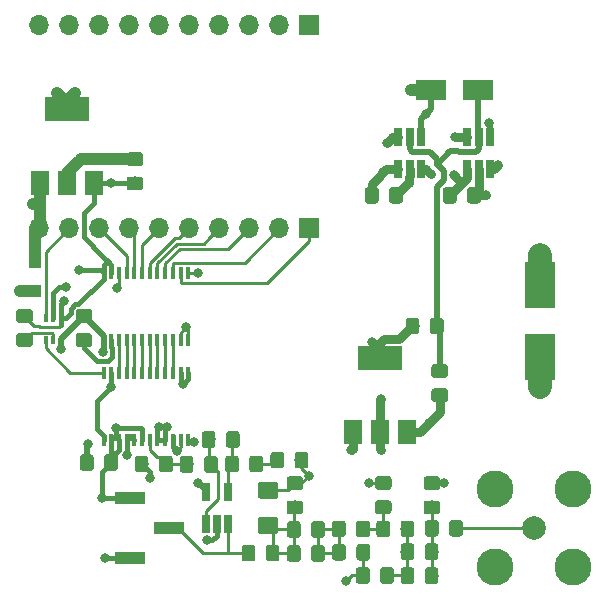
<source format=gbr>
G04 #@! TF.GenerationSoftware,KiCad,Pcbnew,(5.0.0)*
G04 #@! TF.CreationDate,2018-11-24T15:46:54-05:00*
G04 #@! TF.ProjectId,SDRRv2,5344525276322E6B696361645F706362,rev?*
G04 #@! TF.SameCoordinates,Original*
G04 #@! TF.FileFunction,Copper,L1,Top,Signal*
G04 #@! TF.FilePolarity,Positive*
%FSLAX46Y46*%
G04 Gerber Fmt 4.6, Leading zero omitted, Abs format (unit mm)*
G04 Created by KiCad (PCBNEW (5.0.0)) date 11/24/18 15:46:54*
%MOMM*%
%LPD*%
G01*
G04 APERTURE LIST*
G04 #@! TA.AperFunction,SMDPad,CuDef*
%ADD10R,2.500000X4.000000*%
G04 #@! TD*
G04 #@! TA.AperFunction,Conductor*
%ADD11C,0.100000*%
G04 #@! TD*
G04 #@! TA.AperFunction,SMDPad,CuDef*
%ADD12C,1.150000*%
G04 #@! TD*
G04 #@! TA.AperFunction,SMDPad,CuDef*
%ADD13R,2.500000X1.800000*%
G04 #@! TD*
G04 #@! TA.AperFunction,SMDPad,CuDef*
%ADD14R,1.000000X1.000000*%
G04 #@! TD*
G04 #@! TA.AperFunction,ComponentPad*
%ADD15C,3.126000*%
G04 #@! TD*
G04 #@! TA.AperFunction,ComponentPad*
%ADD16C,2.000000*%
G04 #@! TD*
G04 #@! TA.AperFunction,ComponentPad*
%ADD17R,1.700000X1.700000*%
G04 #@! TD*
G04 #@! TA.AperFunction,ComponentPad*
%ADD18O,1.700000X1.700000*%
G04 #@! TD*
G04 #@! TA.AperFunction,SMDPad,CuDef*
%ADD19C,1.425000*%
G04 #@! TD*
G04 #@! TA.AperFunction,SMDPad,CuDef*
%ADD20R,2.510000X1.000000*%
G04 #@! TD*
G04 #@! TA.AperFunction,SMDPad,CuDef*
%ADD21R,0.650000X1.560000*%
G04 #@! TD*
G04 #@! TA.AperFunction,SMDPad,CuDef*
%ADD22R,1.500000X2.000000*%
G04 #@! TD*
G04 #@! TA.AperFunction,SMDPad,CuDef*
%ADD23R,3.800000X2.000000*%
G04 #@! TD*
G04 #@! TA.AperFunction,SMDPad,CuDef*
%ADD24R,0.400000X0.650000*%
G04 #@! TD*
G04 #@! TA.AperFunction,SMDPad,CuDef*
%ADD25R,0.400000X1.100000*%
G04 #@! TD*
G04 #@! TA.AperFunction,ViaPad*
%ADD26C,0.800000*%
G04 #@! TD*
G04 #@! TA.AperFunction,Conductor*
%ADD27C,0.500000*%
G04 #@! TD*
G04 #@! TA.AperFunction,Conductor*
%ADD28C,0.400000*%
G04 #@! TD*
G04 #@! TA.AperFunction,Conductor*
%ADD29C,1.000000*%
G04 #@! TD*
G04 #@! TA.AperFunction,Conductor*
%ADD30C,2.000000*%
G04 #@! TD*
G04 #@! TA.AperFunction,Conductor*
%ADD31C,0.750000*%
G04 #@! TD*
G04 #@! TA.AperFunction,Conductor*
%ADD32C,0.250000*%
G04 #@! TD*
G04 APERTURE END LIST*
D10*
G04 #@! TO.P,C1,1*
G04 #@! TO.N,+5V*
X65088085Y-164277839D03*
G04 #@! TO.P,C1,2*
G04 #@! TO.N,GNDREF*
X65088085Y-170377839D03*
G04 #@! TD*
D11*
G04 #@! TO.N,GNDREF*
G04 #@! TO.C,Cc1*
G36*
X53254590Y-155961043D02*
X53278858Y-155964643D01*
X53302657Y-155970604D01*
X53325756Y-155978869D01*
X53347935Y-155989359D01*
X53368978Y-156001971D01*
X53388684Y-156016586D01*
X53406862Y-156033062D01*
X53423338Y-156051240D01*
X53437953Y-156070946D01*
X53450565Y-156091989D01*
X53461055Y-156114168D01*
X53469320Y-156137267D01*
X53475281Y-156161066D01*
X53478881Y-156185334D01*
X53480085Y-156209838D01*
X53480085Y-157109840D01*
X53478881Y-157134344D01*
X53475281Y-157158612D01*
X53469320Y-157182411D01*
X53461055Y-157205510D01*
X53450565Y-157227689D01*
X53437953Y-157248732D01*
X53423338Y-157268438D01*
X53406862Y-157286616D01*
X53388684Y-157303092D01*
X53368978Y-157317707D01*
X53347935Y-157330319D01*
X53325756Y-157340809D01*
X53302657Y-157349074D01*
X53278858Y-157355035D01*
X53254590Y-157358635D01*
X53230086Y-157359839D01*
X52580084Y-157359839D01*
X52555580Y-157358635D01*
X52531312Y-157355035D01*
X52507513Y-157349074D01*
X52484414Y-157340809D01*
X52462235Y-157330319D01*
X52441192Y-157317707D01*
X52421486Y-157303092D01*
X52403308Y-157286616D01*
X52386832Y-157268438D01*
X52372217Y-157248732D01*
X52359605Y-157227689D01*
X52349115Y-157205510D01*
X52340850Y-157182411D01*
X52334889Y-157158612D01*
X52331289Y-157134344D01*
X52330085Y-157109840D01*
X52330085Y-156209838D01*
X52331289Y-156185334D01*
X52334889Y-156161066D01*
X52340850Y-156137267D01*
X52349115Y-156114168D01*
X52359605Y-156091989D01*
X52372217Y-156070946D01*
X52386832Y-156051240D01*
X52403308Y-156033062D01*
X52421486Y-156016586D01*
X52441192Y-156001971D01*
X52462235Y-155989359D01*
X52484414Y-155978869D01*
X52507513Y-155970604D01*
X52531312Y-155964643D01*
X52555580Y-155961043D01*
X52580084Y-155959839D01*
X53230086Y-155959839D01*
X53254590Y-155961043D01*
X53254590Y-155961043D01*
G37*
D12*
G04 #@! TD*
G04 #@! TO.P,Cc1,2*
G04 #@! TO.N,GNDREF*
X52905085Y-156659839D03*
D11*
G04 #@! TO.N,+5V*
G04 #@! TO.C,Cc1*
G36*
X51204590Y-155961043D02*
X51228858Y-155964643D01*
X51252657Y-155970604D01*
X51275756Y-155978869D01*
X51297935Y-155989359D01*
X51318978Y-156001971D01*
X51338684Y-156016586D01*
X51356862Y-156033062D01*
X51373338Y-156051240D01*
X51387953Y-156070946D01*
X51400565Y-156091989D01*
X51411055Y-156114168D01*
X51419320Y-156137267D01*
X51425281Y-156161066D01*
X51428881Y-156185334D01*
X51430085Y-156209838D01*
X51430085Y-157109840D01*
X51428881Y-157134344D01*
X51425281Y-157158612D01*
X51419320Y-157182411D01*
X51411055Y-157205510D01*
X51400565Y-157227689D01*
X51387953Y-157248732D01*
X51373338Y-157268438D01*
X51356862Y-157286616D01*
X51338684Y-157303092D01*
X51318978Y-157317707D01*
X51297935Y-157330319D01*
X51275756Y-157340809D01*
X51252657Y-157349074D01*
X51228858Y-157355035D01*
X51204590Y-157358635D01*
X51180086Y-157359839D01*
X50530084Y-157359839D01*
X50505580Y-157358635D01*
X50481312Y-157355035D01*
X50457513Y-157349074D01*
X50434414Y-157340809D01*
X50412235Y-157330319D01*
X50391192Y-157317707D01*
X50371486Y-157303092D01*
X50353308Y-157286616D01*
X50336832Y-157268438D01*
X50322217Y-157248732D01*
X50309605Y-157227689D01*
X50299115Y-157205510D01*
X50290850Y-157182411D01*
X50284889Y-157158612D01*
X50281289Y-157134344D01*
X50280085Y-157109840D01*
X50280085Y-156209838D01*
X50281289Y-156185334D01*
X50284889Y-156161066D01*
X50290850Y-156137267D01*
X50299115Y-156114168D01*
X50309605Y-156091989D01*
X50322217Y-156070946D01*
X50336832Y-156051240D01*
X50353308Y-156033062D01*
X50371486Y-156016586D01*
X50391192Y-156001971D01*
X50412235Y-155989359D01*
X50434414Y-155978869D01*
X50457513Y-155970604D01*
X50481312Y-155964643D01*
X50505580Y-155961043D01*
X50530084Y-155959839D01*
X51180086Y-155959839D01*
X51204590Y-155961043D01*
X51204590Y-155961043D01*
G37*
D12*
G04 #@! TD*
G04 #@! TO.P,Cc1,1*
G04 #@! TO.N,+5V*
X50855085Y-156659839D03*
D11*
G04 #@! TO.N,Net-(Cc4-Pad1)*
G04 #@! TO.C,Cc4*
G36*
X58334590Y-184155043D02*
X58358858Y-184158643D01*
X58382657Y-184164604D01*
X58405756Y-184172869D01*
X58427935Y-184183359D01*
X58448978Y-184195971D01*
X58468684Y-184210586D01*
X58486862Y-184227062D01*
X58503338Y-184245240D01*
X58517953Y-184264946D01*
X58530565Y-184285989D01*
X58541055Y-184308168D01*
X58549320Y-184331267D01*
X58555281Y-184355066D01*
X58558881Y-184379334D01*
X58560085Y-184403838D01*
X58560085Y-185303840D01*
X58558881Y-185328344D01*
X58555281Y-185352612D01*
X58549320Y-185376411D01*
X58541055Y-185399510D01*
X58530565Y-185421689D01*
X58517953Y-185442732D01*
X58503338Y-185462438D01*
X58486862Y-185480616D01*
X58468684Y-185497092D01*
X58448978Y-185511707D01*
X58427935Y-185524319D01*
X58405756Y-185534809D01*
X58382657Y-185543074D01*
X58358858Y-185549035D01*
X58334590Y-185552635D01*
X58310086Y-185553839D01*
X57660084Y-185553839D01*
X57635580Y-185552635D01*
X57611312Y-185549035D01*
X57587513Y-185543074D01*
X57564414Y-185534809D01*
X57542235Y-185524319D01*
X57521192Y-185511707D01*
X57501486Y-185497092D01*
X57483308Y-185480616D01*
X57466832Y-185462438D01*
X57452217Y-185442732D01*
X57439605Y-185421689D01*
X57429115Y-185399510D01*
X57420850Y-185376411D01*
X57414889Y-185352612D01*
X57411289Y-185328344D01*
X57410085Y-185303840D01*
X57410085Y-184403838D01*
X57411289Y-184379334D01*
X57414889Y-184355066D01*
X57420850Y-184331267D01*
X57429115Y-184308168D01*
X57439605Y-184285989D01*
X57452217Y-184264946D01*
X57466832Y-184245240D01*
X57483308Y-184227062D01*
X57501486Y-184210586D01*
X57521192Y-184195971D01*
X57542235Y-184183359D01*
X57564414Y-184172869D01*
X57587513Y-184164604D01*
X57611312Y-184158643D01*
X57635580Y-184155043D01*
X57660084Y-184153839D01*
X58310086Y-184153839D01*
X58334590Y-184155043D01*
X58334590Y-184155043D01*
G37*
D12*
G04 #@! TD*
G04 #@! TO.P,Cc4,1*
G04 #@! TO.N,Net-(Cc4-Pad1)*
X57985085Y-184853839D03*
D11*
G04 #@! TO.N,Net-(Cc4-Pad2)*
G04 #@! TO.C,Cc4*
G36*
X56284590Y-184155043D02*
X56308858Y-184158643D01*
X56332657Y-184164604D01*
X56355756Y-184172869D01*
X56377935Y-184183359D01*
X56398978Y-184195971D01*
X56418684Y-184210586D01*
X56436862Y-184227062D01*
X56453338Y-184245240D01*
X56467953Y-184264946D01*
X56480565Y-184285989D01*
X56491055Y-184308168D01*
X56499320Y-184331267D01*
X56505281Y-184355066D01*
X56508881Y-184379334D01*
X56510085Y-184403838D01*
X56510085Y-185303840D01*
X56508881Y-185328344D01*
X56505281Y-185352612D01*
X56499320Y-185376411D01*
X56491055Y-185399510D01*
X56480565Y-185421689D01*
X56467953Y-185442732D01*
X56453338Y-185462438D01*
X56436862Y-185480616D01*
X56418684Y-185497092D01*
X56398978Y-185511707D01*
X56377935Y-185524319D01*
X56355756Y-185534809D01*
X56332657Y-185543074D01*
X56308858Y-185549035D01*
X56284590Y-185552635D01*
X56260086Y-185553839D01*
X55610084Y-185553839D01*
X55585580Y-185552635D01*
X55561312Y-185549035D01*
X55537513Y-185543074D01*
X55514414Y-185534809D01*
X55492235Y-185524319D01*
X55471192Y-185511707D01*
X55451486Y-185497092D01*
X55433308Y-185480616D01*
X55416832Y-185462438D01*
X55402217Y-185442732D01*
X55389605Y-185421689D01*
X55379115Y-185399510D01*
X55370850Y-185376411D01*
X55364889Y-185352612D01*
X55361289Y-185328344D01*
X55360085Y-185303840D01*
X55360085Y-184403838D01*
X55361289Y-184379334D01*
X55364889Y-184355066D01*
X55370850Y-184331267D01*
X55379115Y-184308168D01*
X55389605Y-184285989D01*
X55402217Y-184264946D01*
X55416832Y-184245240D01*
X55433308Y-184227062D01*
X55451486Y-184210586D01*
X55471192Y-184195971D01*
X55492235Y-184183359D01*
X55514414Y-184172869D01*
X55537513Y-184164604D01*
X55561312Y-184158643D01*
X55585580Y-184155043D01*
X55610084Y-184153839D01*
X56260086Y-184153839D01*
X56284590Y-184155043D01*
X56284590Y-184155043D01*
G37*
D12*
G04 #@! TD*
G04 #@! TO.P,Cc4,2*
G04 #@! TO.N,Net-(Cc4-Pad2)*
X55935085Y-184853839D03*
D11*
G04 #@! TO.N,GNDREF*
G04 #@! TO.C,Cc5*
G36*
X31272590Y-153029043D02*
X31296858Y-153032643D01*
X31320657Y-153038604D01*
X31343756Y-153046869D01*
X31365935Y-153057359D01*
X31386978Y-153069971D01*
X31406684Y-153084586D01*
X31424862Y-153101062D01*
X31441338Y-153119240D01*
X31455953Y-153138946D01*
X31468565Y-153159989D01*
X31479055Y-153182168D01*
X31487320Y-153205267D01*
X31493281Y-153229066D01*
X31496881Y-153253334D01*
X31498085Y-153277838D01*
X31498085Y-153927840D01*
X31496881Y-153952344D01*
X31493281Y-153976612D01*
X31487320Y-154000411D01*
X31479055Y-154023510D01*
X31468565Y-154045689D01*
X31455953Y-154066732D01*
X31441338Y-154086438D01*
X31424862Y-154104616D01*
X31406684Y-154121092D01*
X31386978Y-154135707D01*
X31365935Y-154148319D01*
X31343756Y-154158809D01*
X31320657Y-154167074D01*
X31296858Y-154173035D01*
X31272590Y-154176635D01*
X31248086Y-154177839D01*
X30348084Y-154177839D01*
X30323580Y-154176635D01*
X30299312Y-154173035D01*
X30275513Y-154167074D01*
X30252414Y-154158809D01*
X30230235Y-154148319D01*
X30209192Y-154135707D01*
X30189486Y-154121092D01*
X30171308Y-154104616D01*
X30154832Y-154086438D01*
X30140217Y-154066732D01*
X30127605Y-154045689D01*
X30117115Y-154023510D01*
X30108850Y-154000411D01*
X30102889Y-153976612D01*
X30099289Y-153952344D01*
X30098085Y-153927840D01*
X30098085Y-153277838D01*
X30099289Y-153253334D01*
X30102889Y-153229066D01*
X30108850Y-153205267D01*
X30117115Y-153182168D01*
X30127605Y-153159989D01*
X30140217Y-153138946D01*
X30154832Y-153119240D01*
X30171308Y-153101062D01*
X30189486Y-153084586D01*
X30209192Y-153069971D01*
X30230235Y-153057359D01*
X30252414Y-153046869D01*
X30275513Y-153038604D01*
X30299312Y-153032643D01*
X30323580Y-153029043D01*
X30348084Y-153027839D01*
X31248086Y-153027839D01*
X31272590Y-153029043D01*
X31272590Y-153029043D01*
G37*
D12*
G04 #@! TD*
G04 #@! TO.P,Cc5,2*
G04 #@! TO.N,GNDREF*
X30798085Y-153602839D03*
D11*
G04 #@! TO.N,+3V3*
G04 #@! TO.C,Cc5*
G36*
X31272590Y-155079043D02*
X31296858Y-155082643D01*
X31320657Y-155088604D01*
X31343756Y-155096869D01*
X31365935Y-155107359D01*
X31386978Y-155119971D01*
X31406684Y-155134586D01*
X31424862Y-155151062D01*
X31441338Y-155169240D01*
X31455953Y-155188946D01*
X31468565Y-155209989D01*
X31479055Y-155232168D01*
X31487320Y-155255267D01*
X31493281Y-155279066D01*
X31496881Y-155303334D01*
X31498085Y-155327838D01*
X31498085Y-155977840D01*
X31496881Y-156002344D01*
X31493281Y-156026612D01*
X31487320Y-156050411D01*
X31479055Y-156073510D01*
X31468565Y-156095689D01*
X31455953Y-156116732D01*
X31441338Y-156136438D01*
X31424862Y-156154616D01*
X31406684Y-156171092D01*
X31386978Y-156185707D01*
X31365935Y-156198319D01*
X31343756Y-156208809D01*
X31320657Y-156217074D01*
X31296858Y-156223035D01*
X31272590Y-156226635D01*
X31248086Y-156227839D01*
X30348084Y-156227839D01*
X30323580Y-156226635D01*
X30299312Y-156223035D01*
X30275513Y-156217074D01*
X30252414Y-156208809D01*
X30230235Y-156198319D01*
X30209192Y-156185707D01*
X30189486Y-156171092D01*
X30171308Y-156154616D01*
X30154832Y-156136438D01*
X30140217Y-156116732D01*
X30127605Y-156095689D01*
X30117115Y-156073510D01*
X30108850Y-156050411D01*
X30102889Y-156026612D01*
X30099289Y-156002344D01*
X30098085Y-155977840D01*
X30098085Y-155327838D01*
X30099289Y-155303334D01*
X30102889Y-155279066D01*
X30108850Y-155255267D01*
X30117115Y-155232168D01*
X30127605Y-155209989D01*
X30140217Y-155188946D01*
X30154832Y-155169240D01*
X30171308Y-155151062D01*
X30189486Y-155134586D01*
X30209192Y-155119971D01*
X30230235Y-155107359D01*
X30252414Y-155096869D01*
X30275513Y-155088604D01*
X30299312Y-155082643D01*
X30323580Y-155079043D01*
X30348084Y-155077839D01*
X31248086Y-155077839D01*
X31272590Y-155079043D01*
X31272590Y-155079043D01*
G37*
D12*
G04 #@! TD*
G04 #@! TO.P,Cc5,1*
G04 #@! TO.N,+3V3*
X30798085Y-155652839D03*
D11*
G04 #@! TO.N,Net-(Cc9-Pad1)*
G04 #@! TO.C,Cc9*
G36*
X56708990Y-167035443D02*
X56733258Y-167039043D01*
X56757057Y-167045004D01*
X56780156Y-167053269D01*
X56802335Y-167063759D01*
X56823378Y-167076371D01*
X56843084Y-167090986D01*
X56861262Y-167107462D01*
X56877738Y-167125640D01*
X56892353Y-167145346D01*
X56904965Y-167166389D01*
X56915455Y-167188568D01*
X56923720Y-167211667D01*
X56929681Y-167235466D01*
X56933281Y-167259734D01*
X56934485Y-167284238D01*
X56934485Y-168184240D01*
X56933281Y-168208744D01*
X56929681Y-168233012D01*
X56923720Y-168256811D01*
X56915455Y-168279910D01*
X56904965Y-168302089D01*
X56892353Y-168323132D01*
X56877738Y-168342838D01*
X56861262Y-168361016D01*
X56843084Y-168377492D01*
X56823378Y-168392107D01*
X56802335Y-168404719D01*
X56780156Y-168415209D01*
X56757057Y-168423474D01*
X56733258Y-168429435D01*
X56708990Y-168433035D01*
X56684486Y-168434239D01*
X56034484Y-168434239D01*
X56009980Y-168433035D01*
X55985712Y-168429435D01*
X55961913Y-168423474D01*
X55938814Y-168415209D01*
X55916635Y-168404719D01*
X55895592Y-168392107D01*
X55875886Y-168377492D01*
X55857708Y-168361016D01*
X55841232Y-168342838D01*
X55826617Y-168323132D01*
X55814005Y-168302089D01*
X55803515Y-168279910D01*
X55795250Y-168256811D01*
X55789289Y-168233012D01*
X55785689Y-168208744D01*
X55784485Y-168184240D01*
X55784485Y-167284238D01*
X55785689Y-167259734D01*
X55789289Y-167235466D01*
X55795250Y-167211667D01*
X55803515Y-167188568D01*
X55814005Y-167166389D01*
X55826617Y-167145346D01*
X55841232Y-167125640D01*
X55857708Y-167107462D01*
X55875886Y-167090986D01*
X55895592Y-167076371D01*
X55916635Y-167063759D01*
X55938814Y-167053269D01*
X55961913Y-167045004D01*
X55985712Y-167039043D01*
X56009980Y-167035443D01*
X56034484Y-167034239D01*
X56684486Y-167034239D01*
X56708990Y-167035443D01*
X56708990Y-167035443D01*
G37*
D12*
G04 #@! TD*
G04 #@! TO.P,Cc9,1*
G04 #@! TO.N,Net-(Cc9-Pad1)*
X56359485Y-167734239D03*
D11*
G04 #@! TO.N,GNDREF*
G04 #@! TO.C,Cc9*
G36*
X54658990Y-167035443D02*
X54683258Y-167039043D01*
X54707057Y-167045004D01*
X54730156Y-167053269D01*
X54752335Y-167063759D01*
X54773378Y-167076371D01*
X54793084Y-167090986D01*
X54811262Y-167107462D01*
X54827738Y-167125640D01*
X54842353Y-167145346D01*
X54854965Y-167166389D01*
X54865455Y-167188568D01*
X54873720Y-167211667D01*
X54879681Y-167235466D01*
X54883281Y-167259734D01*
X54884485Y-167284238D01*
X54884485Y-168184240D01*
X54883281Y-168208744D01*
X54879681Y-168233012D01*
X54873720Y-168256811D01*
X54865455Y-168279910D01*
X54854965Y-168302089D01*
X54842353Y-168323132D01*
X54827738Y-168342838D01*
X54811262Y-168361016D01*
X54793084Y-168377492D01*
X54773378Y-168392107D01*
X54752335Y-168404719D01*
X54730156Y-168415209D01*
X54707057Y-168423474D01*
X54683258Y-168429435D01*
X54658990Y-168433035D01*
X54634486Y-168434239D01*
X53984484Y-168434239D01*
X53959980Y-168433035D01*
X53935712Y-168429435D01*
X53911913Y-168423474D01*
X53888814Y-168415209D01*
X53866635Y-168404719D01*
X53845592Y-168392107D01*
X53825886Y-168377492D01*
X53807708Y-168361016D01*
X53791232Y-168342838D01*
X53776617Y-168323132D01*
X53764005Y-168302089D01*
X53753515Y-168279910D01*
X53745250Y-168256811D01*
X53739289Y-168233012D01*
X53735689Y-168208744D01*
X53734485Y-168184240D01*
X53734485Y-167284238D01*
X53735689Y-167259734D01*
X53739289Y-167235466D01*
X53745250Y-167211667D01*
X53753515Y-167188568D01*
X53764005Y-167166389D01*
X53776617Y-167145346D01*
X53791232Y-167125640D01*
X53807708Y-167107462D01*
X53825886Y-167090986D01*
X53845592Y-167076371D01*
X53866635Y-167063759D01*
X53888814Y-167053269D01*
X53911913Y-167045004D01*
X53935712Y-167039043D01*
X53959980Y-167035443D01*
X53984484Y-167034239D01*
X54634486Y-167034239D01*
X54658990Y-167035443D01*
X54658990Y-167035443D01*
G37*
D12*
G04 #@! TD*
G04 #@! TO.P,Cc9,2*
G04 #@! TO.N,GNDREF*
X54309485Y-167734239D03*
D11*
G04 #@! TO.N,Net-(Cc12-Pad2)*
G04 #@! TO.C,Cc12*
G36*
X40765190Y-186263243D02*
X40789458Y-186266843D01*
X40813257Y-186272804D01*
X40836356Y-186281069D01*
X40858535Y-186291559D01*
X40879578Y-186304171D01*
X40899284Y-186318786D01*
X40917462Y-186335262D01*
X40933938Y-186353440D01*
X40948553Y-186373146D01*
X40961165Y-186394189D01*
X40971655Y-186416368D01*
X40979920Y-186439467D01*
X40985881Y-186463266D01*
X40989481Y-186487534D01*
X40990685Y-186512038D01*
X40990685Y-187412040D01*
X40989481Y-187436544D01*
X40985881Y-187460812D01*
X40979920Y-187484611D01*
X40971655Y-187507710D01*
X40961165Y-187529889D01*
X40948553Y-187550932D01*
X40933938Y-187570638D01*
X40917462Y-187588816D01*
X40899284Y-187605292D01*
X40879578Y-187619907D01*
X40858535Y-187632519D01*
X40836356Y-187643009D01*
X40813257Y-187651274D01*
X40789458Y-187657235D01*
X40765190Y-187660835D01*
X40740686Y-187662039D01*
X40090684Y-187662039D01*
X40066180Y-187660835D01*
X40041912Y-187657235D01*
X40018113Y-187651274D01*
X39995014Y-187643009D01*
X39972835Y-187632519D01*
X39951792Y-187619907D01*
X39932086Y-187605292D01*
X39913908Y-187588816D01*
X39897432Y-187570638D01*
X39882817Y-187550932D01*
X39870205Y-187529889D01*
X39859715Y-187507710D01*
X39851450Y-187484611D01*
X39845489Y-187460812D01*
X39841889Y-187436544D01*
X39840685Y-187412040D01*
X39840685Y-186512038D01*
X39841889Y-186487534D01*
X39845489Y-186463266D01*
X39851450Y-186439467D01*
X39859715Y-186416368D01*
X39870205Y-186394189D01*
X39882817Y-186373146D01*
X39897432Y-186353440D01*
X39913908Y-186335262D01*
X39932086Y-186318786D01*
X39951792Y-186304171D01*
X39972835Y-186291559D01*
X39995014Y-186281069D01*
X40018113Y-186272804D01*
X40041912Y-186266843D01*
X40066180Y-186263243D01*
X40090684Y-186262039D01*
X40740686Y-186262039D01*
X40765190Y-186263243D01*
X40765190Y-186263243D01*
G37*
D12*
G04 #@! TD*
G04 #@! TO.P,Cc12,2*
G04 #@! TO.N,Net-(Cc12-Pad2)*
X40415685Y-186962039D03*
D11*
G04 #@! TO.N,Net-(Cc12-Pad1)*
G04 #@! TO.C,Cc12*
G36*
X42815190Y-186263243D02*
X42839458Y-186266843D01*
X42863257Y-186272804D01*
X42886356Y-186281069D01*
X42908535Y-186291559D01*
X42929578Y-186304171D01*
X42949284Y-186318786D01*
X42967462Y-186335262D01*
X42983938Y-186353440D01*
X42998553Y-186373146D01*
X43011165Y-186394189D01*
X43021655Y-186416368D01*
X43029920Y-186439467D01*
X43035881Y-186463266D01*
X43039481Y-186487534D01*
X43040685Y-186512038D01*
X43040685Y-187412040D01*
X43039481Y-187436544D01*
X43035881Y-187460812D01*
X43029920Y-187484611D01*
X43021655Y-187507710D01*
X43011165Y-187529889D01*
X42998553Y-187550932D01*
X42983938Y-187570638D01*
X42967462Y-187588816D01*
X42949284Y-187605292D01*
X42929578Y-187619907D01*
X42908535Y-187632519D01*
X42886356Y-187643009D01*
X42863257Y-187651274D01*
X42839458Y-187657235D01*
X42815190Y-187660835D01*
X42790686Y-187662039D01*
X42140684Y-187662039D01*
X42116180Y-187660835D01*
X42091912Y-187657235D01*
X42068113Y-187651274D01*
X42045014Y-187643009D01*
X42022835Y-187632519D01*
X42001792Y-187619907D01*
X41982086Y-187605292D01*
X41963908Y-187588816D01*
X41947432Y-187570638D01*
X41932817Y-187550932D01*
X41920205Y-187529889D01*
X41909715Y-187507710D01*
X41901450Y-187484611D01*
X41895489Y-187460812D01*
X41891889Y-187436544D01*
X41890685Y-187412040D01*
X41890685Y-186512038D01*
X41891889Y-186487534D01*
X41895489Y-186463266D01*
X41901450Y-186439467D01*
X41909715Y-186416368D01*
X41920205Y-186394189D01*
X41932817Y-186373146D01*
X41947432Y-186353440D01*
X41963908Y-186335262D01*
X41982086Y-186318786D01*
X42001792Y-186304171D01*
X42022835Y-186291559D01*
X42045014Y-186281069D01*
X42068113Y-186272804D01*
X42091912Y-186266843D01*
X42116180Y-186263243D01*
X42140684Y-186262039D01*
X42790686Y-186262039D01*
X42815190Y-186263243D01*
X42815190Y-186263243D01*
G37*
D12*
G04 #@! TD*
G04 #@! TO.P,Cc12,1*
G04 #@! TO.N,Net-(Cc12-Pad1)*
X42465685Y-186962039D03*
D11*
G04 #@! TO.N,GNDREF*
G04 #@! TO.C,Cc13*
G36*
X45253590Y-178389243D02*
X45277858Y-178392843D01*
X45301657Y-178398804D01*
X45324756Y-178407069D01*
X45346935Y-178417559D01*
X45367978Y-178430171D01*
X45387684Y-178444786D01*
X45405862Y-178461262D01*
X45422338Y-178479440D01*
X45436953Y-178499146D01*
X45449565Y-178520189D01*
X45460055Y-178542368D01*
X45468320Y-178565467D01*
X45474281Y-178589266D01*
X45477881Y-178613534D01*
X45479085Y-178638038D01*
X45479085Y-179538040D01*
X45477881Y-179562544D01*
X45474281Y-179586812D01*
X45468320Y-179610611D01*
X45460055Y-179633710D01*
X45449565Y-179655889D01*
X45436953Y-179676932D01*
X45422338Y-179696638D01*
X45405862Y-179714816D01*
X45387684Y-179731292D01*
X45367978Y-179745907D01*
X45346935Y-179758519D01*
X45324756Y-179769009D01*
X45301657Y-179777274D01*
X45277858Y-179783235D01*
X45253590Y-179786835D01*
X45229086Y-179788039D01*
X44579084Y-179788039D01*
X44554580Y-179786835D01*
X44530312Y-179783235D01*
X44506513Y-179777274D01*
X44483414Y-179769009D01*
X44461235Y-179758519D01*
X44440192Y-179745907D01*
X44420486Y-179731292D01*
X44402308Y-179714816D01*
X44385832Y-179696638D01*
X44371217Y-179676932D01*
X44358605Y-179655889D01*
X44348115Y-179633710D01*
X44339850Y-179610611D01*
X44333889Y-179586812D01*
X44330289Y-179562544D01*
X44329085Y-179538040D01*
X44329085Y-178638038D01*
X44330289Y-178613534D01*
X44333889Y-178589266D01*
X44339850Y-178565467D01*
X44348115Y-178542368D01*
X44358605Y-178520189D01*
X44371217Y-178499146D01*
X44385832Y-178479440D01*
X44402308Y-178461262D01*
X44420486Y-178444786D01*
X44440192Y-178430171D01*
X44461235Y-178417559D01*
X44483414Y-178407069D01*
X44506513Y-178398804D01*
X44530312Y-178392843D01*
X44554580Y-178389243D01*
X44579084Y-178388039D01*
X45229086Y-178388039D01*
X45253590Y-178389243D01*
X45253590Y-178389243D01*
G37*
D12*
G04 #@! TD*
G04 #@! TO.P,Cc13,2*
G04 #@! TO.N,GNDREF*
X44904085Y-179088039D03*
D11*
G04 #@! TO.N,Net-(Cc13-Pad1)*
G04 #@! TO.C,Cc13*
G36*
X43203590Y-178389243D02*
X43227858Y-178392843D01*
X43251657Y-178398804D01*
X43274756Y-178407069D01*
X43296935Y-178417559D01*
X43317978Y-178430171D01*
X43337684Y-178444786D01*
X43355862Y-178461262D01*
X43372338Y-178479440D01*
X43386953Y-178499146D01*
X43399565Y-178520189D01*
X43410055Y-178542368D01*
X43418320Y-178565467D01*
X43424281Y-178589266D01*
X43427881Y-178613534D01*
X43429085Y-178638038D01*
X43429085Y-179538040D01*
X43427881Y-179562544D01*
X43424281Y-179586812D01*
X43418320Y-179610611D01*
X43410055Y-179633710D01*
X43399565Y-179655889D01*
X43386953Y-179676932D01*
X43372338Y-179696638D01*
X43355862Y-179714816D01*
X43337684Y-179731292D01*
X43317978Y-179745907D01*
X43296935Y-179758519D01*
X43274756Y-179769009D01*
X43251657Y-179777274D01*
X43227858Y-179783235D01*
X43203590Y-179786835D01*
X43179086Y-179788039D01*
X42529084Y-179788039D01*
X42504580Y-179786835D01*
X42480312Y-179783235D01*
X42456513Y-179777274D01*
X42433414Y-179769009D01*
X42411235Y-179758519D01*
X42390192Y-179745907D01*
X42370486Y-179731292D01*
X42352308Y-179714816D01*
X42335832Y-179696638D01*
X42321217Y-179676932D01*
X42308605Y-179655889D01*
X42298115Y-179633710D01*
X42289850Y-179610611D01*
X42283889Y-179586812D01*
X42280289Y-179562544D01*
X42279085Y-179538040D01*
X42279085Y-178638038D01*
X42280289Y-178613534D01*
X42283889Y-178589266D01*
X42289850Y-178565467D01*
X42298115Y-178542368D01*
X42308605Y-178520189D01*
X42321217Y-178499146D01*
X42335832Y-178479440D01*
X42352308Y-178461262D01*
X42370486Y-178444786D01*
X42390192Y-178430171D01*
X42411235Y-178417559D01*
X42433414Y-178407069D01*
X42456513Y-178398804D01*
X42480312Y-178392843D01*
X42504580Y-178389243D01*
X42529084Y-178388039D01*
X43179086Y-178388039D01*
X43203590Y-178389243D01*
X43203590Y-178389243D01*
G37*
D12*
G04 #@! TD*
G04 #@! TO.P,Cc13,1*
G04 #@! TO.N,Net-(Cc13-Pad1)*
X42854085Y-179088039D03*
D11*
G04 #@! TO.N,GNDREF*
G04 #@! TO.C,Cc25*
G36*
X27074590Y-178592443D02*
X27098858Y-178596043D01*
X27122657Y-178602004D01*
X27145756Y-178610269D01*
X27167935Y-178620759D01*
X27188978Y-178633371D01*
X27208684Y-178647986D01*
X27226862Y-178664462D01*
X27243338Y-178682640D01*
X27257953Y-178702346D01*
X27270565Y-178723389D01*
X27281055Y-178745568D01*
X27289320Y-178768667D01*
X27295281Y-178792466D01*
X27298881Y-178816734D01*
X27300085Y-178841238D01*
X27300085Y-179741240D01*
X27298881Y-179765744D01*
X27295281Y-179790012D01*
X27289320Y-179813811D01*
X27281055Y-179836910D01*
X27270565Y-179859089D01*
X27257953Y-179880132D01*
X27243338Y-179899838D01*
X27226862Y-179918016D01*
X27208684Y-179934492D01*
X27188978Y-179949107D01*
X27167935Y-179961719D01*
X27145756Y-179972209D01*
X27122657Y-179980474D01*
X27098858Y-179986435D01*
X27074590Y-179990035D01*
X27050086Y-179991239D01*
X26400084Y-179991239D01*
X26375580Y-179990035D01*
X26351312Y-179986435D01*
X26327513Y-179980474D01*
X26304414Y-179972209D01*
X26282235Y-179961719D01*
X26261192Y-179949107D01*
X26241486Y-179934492D01*
X26223308Y-179918016D01*
X26206832Y-179899838D01*
X26192217Y-179880132D01*
X26179605Y-179859089D01*
X26169115Y-179836910D01*
X26160850Y-179813811D01*
X26154889Y-179790012D01*
X26151289Y-179765744D01*
X26150085Y-179741240D01*
X26150085Y-178841238D01*
X26151289Y-178816734D01*
X26154889Y-178792466D01*
X26160850Y-178768667D01*
X26169115Y-178745568D01*
X26179605Y-178723389D01*
X26192217Y-178702346D01*
X26206832Y-178682640D01*
X26223308Y-178664462D01*
X26241486Y-178647986D01*
X26261192Y-178633371D01*
X26282235Y-178620759D01*
X26304414Y-178610269D01*
X26327513Y-178602004D01*
X26351312Y-178596043D01*
X26375580Y-178592443D01*
X26400084Y-178591239D01*
X27050086Y-178591239D01*
X27074590Y-178592443D01*
X27074590Y-178592443D01*
G37*
D12*
G04 #@! TD*
G04 #@! TO.P,Cc25,1*
G04 #@! TO.N,GNDREF*
X26725085Y-179291239D03*
D11*
G04 #@! TO.N,+5VA*
G04 #@! TO.C,Cc25*
G36*
X29124590Y-178592443D02*
X29148858Y-178596043D01*
X29172657Y-178602004D01*
X29195756Y-178610269D01*
X29217935Y-178620759D01*
X29238978Y-178633371D01*
X29258684Y-178647986D01*
X29276862Y-178664462D01*
X29293338Y-178682640D01*
X29307953Y-178702346D01*
X29320565Y-178723389D01*
X29331055Y-178745568D01*
X29339320Y-178768667D01*
X29345281Y-178792466D01*
X29348881Y-178816734D01*
X29350085Y-178841238D01*
X29350085Y-179741240D01*
X29348881Y-179765744D01*
X29345281Y-179790012D01*
X29339320Y-179813811D01*
X29331055Y-179836910D01*
X29320565Y-179859089D01*
X29307953Y-179880132D01*
X29293338Y-179899838D01*
X29276862Y-179918016D01*
X29258684Y-179934492D01*
X29238978Y-179949107D01*
X29217935Y-179961719D01*
X29195756Y-179972209D01*
X29172657Y-179980474D01*
X29148858Y-179986435D01*
X29124590Y-179990035D01*
X29100086Y-179991239D01*
X28450084Y-179991239D01*
X28425580Y-179990035D01*
X28401312Y-179986435D01*
X28377513Y-179980474D01*
X28354414Y-179972209D01*
X28332235Y-179961719D01*
X28311192Y-179949107D01*
X28291486Y-179934492D01*
X28273308Y-179918016D01*
X28256832Y-179899838D01*
X28242217Y-179880132D01*
X28229605Y-179859089D01*
X28219115Y-179836910D01*
X28210850Y-179813811D01*
X28204889Y-179790012D01*
X28201289Y-179765744D01*
X28200085Y-179741240D01*
X28200085Y-178841238D01*
X28201289Y-178816734D01*
X28204889Y-178792466D01*
X28210850Y-178768667D01*
X28219115Y-178745568D01*
X28229605Y-178723389D01*
X28242217Y-178702346D01*
X28256832Y-178682640D01*
X28273308Y-178664462D01*
X28291486Y-178647986D01*
X28311192Y-178633371D01*
X28332235Y-178620759D01*
X28354414Y-178610269D01*
X28377513Y-178602004D01*
X28401312Y-178596043D01*
X28425580Y-178592443D01*
X28450084Y-178591239D01*
X29100086Y-178591239D01*
X29124590Y-178592443D01*
X29124590Y-178592443D01*
G37*
D12*
G04 #@! TD*
G04 #@! TO.P,Cc25,2*
G04 #@! TO.N,+5VA*
X28775085Y-179291239D03*
D11*
G04 #@! TO.N,+5V*
G04 #@! TO.C,Cc28*
G36*
X57808590Y-155961043D02*
X57832858Y-155964643D01*
X57856657Y-155970604D01*
X57879756Y-155978869D01*
X57901935Y-155989359D01*
X57922978Y-156001971D01*
X57942684Y-156016586D01*
X57960862Y-156033062D01*
X57977338Y-156051240D01*
X57991953Y-156070946D01*
X58004565Y-156091989D01*
X58015055Y-156114168D01*
X58023320Y-156137267D01*
X58029281Y-156161066D01*
X58032881Y-156185334D01*
X58034085Y-156209838D01*
X58034085Y-157109840D01*
X58032881Y-157134344D01*
X58029281Y-157158612D01*
X58023320Y-157182411D01*
X58015055Y-157205510D01*
X58004565Y-157227689D01*
X57991953Y-157248732D01*
X57977338Y-157268438D01*
X57960862Y-157286616D01*
X57942684Y-157303092D01*
X57922978Y-157317707D01*
X57901935Y-157330319D01*
X57879756Y-157340809D01*
X57856657Y-157349074D01*
X57832858Y-157355035D01*
X57808590Y-157358635D01*
X57784086Y-157359839D01*
X57134084Y-157359839D01*
X57109580Y-157358635D01*
X57085312Y-157355035D01*
X57061513Y-157349074D01*
X57038414Y-157340809D01*
X57016235Y-157330319D01*
X56995192Y-157317707D01*
X56975486Y-157303092D01*
X56957308Y-157286616D01*
X56940832Y-157268438D01*
X56926217Y-157248732D01*
X56913605Y-157227689D01*
X56903115Y-157205510D01*
X56894850Y-157182411D01*
X56888889Y-157158612D01*
X56885289Y-157134344D01*
X56884085Y-157109840D01*
X56884085Y-156209838D01*
X56885289Y-156185334D01*
X56888889Y-156161066D01*
X56894850Y-156137267D01*
X56903115Y-156114168D01*
X56913605Y-156091989D01*
X56926217Y-156070946D01*
X56940832Y-156051240D01*
X56957308Y-156033062D01*
X56975486Y-156016586D01*
X56995192Y-156001971D01*
X57016235Y-155989359D01*
X57038414Y-155978869D01*
X57061513Y-155970604D01*
X57085312Y-155964643D01*
X57109580Y-155961043D01*
X57134084Y-155959839D01*
X57784086Y-155959839D01*
X57808590Y-155961043D01*
X57808590Y-155961043D01*
G37*
D12*
G04 #@! TD*
G04 #@! TO.P,Cc28,1*
G04 #@! TO.N,+5V*
X57459085Y-156659839D03*
D11*
G04 #@! TO.N,GNDREF*
G04 #@! TO.C,Cc28*
G36*
X59858590Y-155961043D02*
X59882858Y-155964643D01*
X59906657Y-155970604D01*
X59929756Y-155978869D01*
X59951935Y-155989359D01*
X59972978Y-156001971D01*
X59992684Y-156016586D01*
X60010862Y-156033062D01*
X60027338Y-156051240D01*
X60041953Y-156070946D01*
X60054565Y-156091989D01*
X60065055Y-156114168D01*
X60073320Y-156137267D01*
X60079281Y-156161066D01*
X60082881Y-156185334D01*
X60084085Y-156209838D01*
X60084085Y-157109840D01*
X60082881Y-157134344D01*
X60079281Y-157158612D01*
X60073320Y-157182411D01*
X60065055Y-157205510D01*
X60054565Y-157227689D01*
X60041953Y-157248732D01*
X60027338Y-157268438D01*
X60010862Y-157286616D01*
X59992684Y-157303092D01*
X59972978Y-157317707D01*
X59951935Y-157330319D01*
X59929756Y-157340809D01*
X59906657Y-157349074D01*
X59882858Y-157355035D01*
X59858590Y-157358635D01*
X59834086Y-157359839D01*
X59184084Y-157359839D01*
X59159580Y-157358635D01*
X59135312Y-157355035D01*
X59111513Y-157349074D01*
X59088414Y-157340809D01*
X59066235Y-157330319D01*
X59045192Y-157317707D01*
X59025486Y-157303092D01*
X59007308Y-157286616D01*
X58990832Y-157268438D01*
X58976217Y-157248732D01*
X58963605Y-157227689D01*
X58953115Y-157205510D01*
X58944850Y-157182411D01*
X58938889Y-157158612D01*
X58935289Y-157134344D01*
X58934085Y-157109840D01*
X58934085Y-156209838D01*
X58935289Y-156185334D01*
X58938889Y-156161066D01*
X58944850Y-156137267D01*
X58953115Y-156114168D01*
X58963605Y-156091989D01*
X58976217Y-156070946D01*
X58990832Y-156051240D01*
X59007308Y-156033062D01*
X59025486Y-156016586D01*
X59045192Y-156001971D01*
X59066235Y-155989359D01*
X59088414Y-155978869D01*
X59111513Y-155970604D01*
X59135312Y-155964643D01*
X59159580Y-155961043D01*
X59184084Y-155959839D01*
X59834086Y-155959839D01*
X59858590Y-155961043D01*
X59858590Y-155961043D01*
G37*
D12*
G04 #@! TD*
G04 #@! TO.P,Cc28,2*
G04 #@! TO.N,GNDREF*
X59509085Y-156659839D03*
D11*
G04 #@! TO.N,Net-(Cc4-Pad2)*
G04 #@! TO.C,Cf1*
G36*
X56418590Y-182511043D02*
X56442858Y-182514643D01*
X56466657Y-182520604D01*
X56489756Y-182528869D01*
X56511935Y-182539359D01*
X56532978Y-182551971D01*
X56552684Y-182566586D01*
X56570862Y-182583062D01*
X56587338Y-182601240D01*
X56601953Y-182620946D01*
X56614565Y-182641989D01*
X56625055Y-182664168D01*
X56633320Y-182687267D01*
X56639281Y-182711066D01*
X56642881Y-182735334D01*
X56644085Y-182759838D01*
X56644085Y-183409840D01*
X56642881Y-183434344D01*
X56639281Y-183458612D01*
X56633320Y-183482411D01*
X56625055Y-183505510D01*
X56614565Y-183527689D01*
X56601953Y-183548732D01*
X56587338Y-183568438D01*
X56570862Y-183586616D01*
X56552684Y-183603092D01*
X56532978Y-183617707D01*
X56511935Y-183630319D01*
X56489756Y-183640809D01*
X56466657Y-183649074D01*
X56442858Y-183655035D01*
X56418590Y-183658635D01*
X56394086Y-183659839D01*
X55494084Y-183659839D01*
X55469580Y-183658635D01*
X55445312Y-183655035D01*
X55421513Y-183649074D01*
X55398414Y-183640809D01*
X55376235Y-183630319D01*
X55355192Y-183617707D01*
X55335486Y-183603092D01*
X55317308Y-183586616D01*
X55300832Y-183568438D01*
X55286217Y-183548732D01*
X55273605Y-183527689D01*
X55263115Y-183505510D01*
X55254850Y-183482411D01*
X55248889Y-183458612D01*
X55245289Y-183434344D01*
X55244085Y-183409840D01*
X55244085Y-182759838D01*
X55245289Y-182735334D01*
X55248889Y-182711066D01*
X55254850Y-182687267D01*
X55263115Y-182664168D01*
X55273605Y-182641989D01*
X55286217Y-182620946D01*
X55300832Y-182601240D01*
X55317308Y-182583062D01*
X55335486Y-182566586D01*
X55355192Y-182551971D01*
X55376235Y-182539359D01*
X55398414Y-182528869D01*
X55421513Y-182520604D01*
X55445312Y-182514643D01*
X55469580Y-182511043D01*
X55494084Y-182509839D01*
X56394086Y-182509839D01*
X56418590Y-182511043D01*
X56418590Y-182511043D01*
G37*
D12*
G04 #@! TD*
G04 #@! TO.P,Cf1,1*
G04 #@! TO.N,Net-(Cc4-Pad2)*
X55944085Y-183084839D03*
D11*
G04 #@! TO.N,GNDREF*
G04 #@! TO.C,Cf1*
G36*
X56418590Y-180461043D02*
X56442858Y-180464643D01*
X56466657Y-180470604D01*
X56489756Y-180478869D01*
X56511935Y-180489359D01*
X56532978Y-180501971D01*
X56552684Y-180516586D01*
X56570862Y-180533062D01*
X56587338Y-180551240D01*
X56601953Y-180570946D01*
X56614565Y-180591989D01*
X56625055Y-180614168D01*
X56633320Y-180637267D01*
X56639281Y-180661066D01*
X56642881Y-180685334D01*
X56644085Y-180709838D01*
X56644085Y-181359840D01*
X56642881Y-181384344D01*
X56639281Y-181408612D01*
X56633320Y-181432411D01*
X56625055Y-181455510D01*
X56614565Y-181477689D01*
X56601953Y-181498732D01*
X56587338Y-181518438D01*
X56570862Y-181536616D01*
X56552684Y-181553092D01*
X56532978Y-181567707D01*
X56511935Y-181580319D01*
X56489756Y-181590809D01*
X56466657Y-181599074D01*
X56442858Y-181605035D01*
X56418590Y-181608635D01*
X56394086Y-181609839D01*
X55494084Y-181609839D01*
X55469580Y-181608635D01*
X55445312Y-181605035D01*
X55421513Y-181599074D01*
X55398414Y-181590809D01*
X55376235Y-181580319D01*
X55355192Y-181567707D01*
X55335486Y-181553092D01*
X55317308Y-181536616D01*
X55300832Y-181518438D01*
X55286217Y-181498732D01*
X55273605Y-181477689D01*
X55263115Y-181455510D01*
X55254850Y-181432411D01*
X55248889Y-181408612D01*
X55245289Y-181384344D01*
X55244085Y-181359840D01*
X55244085Y-180709838D01*
X55245289Y-180685334D01*
X55248889Y-180661066D01*
X55254850Y-180637267D01*
X55263115Y-180614168D01*
X55273605Y-180591989D01*
X55286217Y-180570946D01*
X55300832Y-180551240D01*
X55317308Y-180533062D01*
X55335486Y-180516586D01*
X55355192Y-180501971D01*
X55376235Y-180489359D01*
X55398414Y-180478869D01*
X55421513Y-180470604D01*
X55445312Y-180464643D01*
X55469580Y-180461043D01*
X55494084Y-180459839D01*
X56394086Y-180459839D01*
X56418590Y-180461043D01*
X56418590Y-180461043D01*
G37*
D12*
G04 #@! TD*
G04 #@! TO.P,Cf1,2*
G04 #@! TO.N,GNDREF*
X55944085Y-181034839D03*
D11*
G04 #@! TO.N,GNDREF*
G04 #@! TO.C,Cf2*
G36*
X50442590Y-188142843D02*
X50466858Y-188146443D01*
X50490657Y-188152404D01*
X50513756Y-188160669D01*
X50535935Y-188171159D01*
X50556978Y-188183771D01*
X50576684Y-188198386D01*
X50594862Y-188214862D01*
X50611338Y-188233040D01*
X50625953Y-188252746D01*
X50638565Y-188273789D01*
X50649055Y-188295968D01*
X50657320Y-188319067D01*
X50663281Y-188342866D01*
X50666881Y-188367134D01*
X50668085Y-188391638D01*
X50668085Y-189291640D01*
X50666881Y-189316144D01*
X50663281Y-189340412D01*
X50657320Y-189364211D01*
X50649055Y-189387310D01*
X50638565Y-189409489D01*
X50625953Y-189430532D01*
X50611338Y-189450238D01*
X50594862Y-189468416D01*
X50576684Y-189484892D01*
X50556978Y-189499507D01*
X50535935Y-189512119D01*
X50513756Y-189522609D01*
X50490657Y-189530874D01*
X50466858Y-189536835D01*
X50442590Y-189540435D01*
X50418086Y-189541639D01*
X49768084Y-189541639D01*
X49743580Y-189540435D01*
X49719312Y-189536835D01*
X49695513Y-189530874D01*
X49672414Y-189522609D01*
X49650235Y-189512119D01*
X49629192Y-189499507D01*
X49609486Y-189484892D01*
X49591308Y-189468416D01*
X49574832Y-189450238D01*
X49560217Y-189430532D01*
X49547605Y-189409489D01*
X49537115Y-189387310D01*
X49528850Y-189364211D01*
X49522889Y-189340412D01*
X49519289Y-189316144D01*
X49518085Y-189291640D01*
X49518085Y-188391638D01*
X49519289Y-188367134D01*
X49522889Y-188342866D01*
X49528850Y-188319067D01*
X49537115Y-188295968D01*
X49547605Y-188273789D01*
X49560217Y-188252746D01*
X49574832Y-188233040D01*
X49591308Y-188214862D01*
X49609486Y-188198386D01*
X49629192Y-188183771D01*
X49650235Y-188171159D01*
X49672414Y-188160669D01*
X49695513Y-188152404D01*
X49719312Y-188146443D01*
X49743580Y-188142843D01*
X49768084Y-188141639D01*
X50418086Y-188141639D01*
X50442590Y-188142843D01*
X50442590Y-188142843D01*
G37*
D12*
G04 #@! TD*
G04 #@! TO.P,Cf2,2*
G04 #@! TO.N,GNDREF*
X50093085Y-188841639D03*
D11*
G04 #@! TO.N,Net-(Cf2-Pad1)*
G04 #@! TO.C,Cf2*
G36*
X52492590Y-188142843D02*
X52516858Y-188146443D01*
X52540657Y-188152404D01*
X52563756Y-188160669D01*
X52585935Y-188171159D01*
X52606978Y-188183771D01*
X52626684Y-188198386D01*
X52644862Y-188214862D01*
X52661338Y-188233040D01*
X52675953Y-188252746D01*
X52688565Y-188273789D01*
X52699055Y-188295968D01*
X52707320Y-188319067D01*
X52713281Y-188342866D01*
X52716881Y-188367134D01*
X52718085Y-188391638D01*
X52718085Y-189291640D01*
X52716881Y-189316144D01*
X52713281Y-189340412D01*
X52707320Y-189364211D01*
X52699055Y-189387310D01*
X52688565Y-189409489D01*
X52675953Y-189430532D01*
X52661338Y-189450238D01*
X52644862Y-189468416D01*
X52626684Y-189484892D01*
X52606978Y-189499507D01*
X52585935Y-189512119D01*
X52563756Y-189522609D01*
X52540657Y-189530874D01*
X52516858Y-189536835D01*
X52492590Y-189540435D01*
X52468086Y-189541639D01*
X51818084Y-189541639D01*
X51793580Y-189540435D01*
X51769312Y-189536835D01*
X51745513Y-189530874D01*
X51722414Y-189522609D01*
X51700235Y-189512119D01*
X51679192Y-189499507D01*
X51659486Y-189484892D01*
X51641308Y-189468416D01*
X51624832Y-189450238D01*
X51610217Y-189430532D01*
X51597605Y-189409489D01*
X51587115Y-189387310D01*
X51578850Y-189364211D01*
X51572889Y-189340412D01*
X51569289Y-189316144D01*
X51568085Y-189291640D01*
X51568085Y-188391638D01*
X51569289Y-188367134D01*
X51572889Y-188342866D01*
X51578850Y-188319067D01*
X51587115Y-188295968D01*
X51597605Y-188273789D01*
X51610217Y-188252746D01*
X51624832Y-188233040D01*
X51641308Y-188214862D01*
X51659486Y-188198386D01*
X51679192Y-188183771D01*
X51700235Y-188171159D01*
X51722414Y-188160669D01*
X51745513Y-188152404D01*
X51769312Y-188146443D01*
X51793580Y-188142843D01*
X51818084Y-188141639D01*
X52468086Y-188141639D01*
X52492590Y-188142843D01*
X52492590Y-188142843D01*
G37*
D12*
G04 #@! TD*
G04 #@! TO.P,Cf2,1*
G04 #@! TO.N,Net-(Cf2-Pad1)*
X52143085Y-188841639D03*
D11*
G04 #@! TO.N,GNDREF*
G04 #@! TO.C,Cf3*
G36*
X52303790Y-180435643D02*
X52328058Y-180439243D01*
X52351857Y-180445204D01*
X52374956Y-180453469D01*
X52397135Y-180463959D01*
X52418178Y-180476571D01*
X52437884Y-180491186D01*
X52456062Y-180507662D01*
X52472538Y-180525840D01*
X52487153Y-180545546D01*
X52499765Y-180566589D01*
X52510255Y-180588768D01*
X52518520Y-180611867D01*
X52524481Y-180635666D01*
X52528081Y-180659934D01*
X52529285Y-180684438D01*
X52529285Y-181334440D01*
X52528081Y-181358944D01*
X52524481Y-181383212D01*
X52518520Y-181407011D01*
X52510255Y-181430110D01*
X52499765Y-181452289D01*
X52487153Y-181473332D01*
X52472538Y-181493038D01*
X52456062Y-181511216D01*
X52437884Y-181527692D01*
X52418178Y-181542307D01*
X52397135Y-181554919D01*
X52374956Y-181565409D01*
X52351857Y-181573674D01*
X52328058Y-181579635D01*
X52303790Y-181583235D01*
X52279286Y-181584439D01*
X51379284Y-181584439D01*
X51354780Y-181583235D01*
X51330512Y-181579635D01*
X51306713Y-181573674D01*
X51283614Y-181565409D01*
X51261435Y-181554919D01*
X51240392Y-181542307D01*
X51220686Y-181527692D01*
X51202508Y-181511216D01*
X51186032Y-181493038D01*
X51171417Y-181473332D01*
X51158805Y-181452289D01*
X51148315Y-181430110D01*
X51140050Y-181407011D01*
X51134089Y-181383212D01*
X51130489Y-181358944D01*
X51129285Y-181334440D01*
X51129285Y-180684438D01*
X51130489Y-180659934D01*
X51134089Y-180635666D01*
X51140050Y-180611867D01*
X51148315Y-180588768D01*
X51158805Y-180566589D01*
X51171417Y-180545546D01*
X51186032Y-180525840D01*
X51202508Y-180507662D01*
X51220686Y-180491186D01*
X51240392Y-180476571D01*
X51261435Y-180463959D01*
X51283614Y-180453469D01*
X51306713Y-180445204D01*
X51330512Y-180439243D01*
X51354780Y-180435643D01*
X51379284Y-180434439D01*
X52279286Y-180434439D01*
X52303790Y-180435643D01*
X52303790Y-180435643D01*
G37*
D12*
G04 #@! TD*
G04 #@! TO.P,Cf3,2*
G04 #@! TO.N,GNDREF*
X51829285Y-181009439D03*
D11*
G04 #@! TO.N,Net-(Cf3-Pad1)*
G04 #@! TO.C,Cf3*
G36*
X52303790Y-182485643D02*
X52328058Y-182489243D01*
X52351857Y-182495204D01*
X52374956Y-182503469D01*
X52397135Y-182513959D01*
X52418178Y-182526571D01*
X52437884Y-182541186D01*
X52456062Y-182557662D01*
X52472538Y-182575840D01*
X52487153Y-182595546D01*
X52499765Y-182616589D01*
X52510255Y-182638768D01*
X52518520Y-182661867D01*
X52524481Y-182685666D01*
X52528081Y-182709934D01*
X52529285Y-182734438D01*
X52529285Y-183384440D01*
X52528081Y-183408944D01*
X52524481Y-183433212D01*
X52518520Y-183457011D01*
X52510255Y-183480110D01*
X52499765Y-183502289D01*
X52487153Y-183523332D01*
X52472538Y-183543038D01*
X52456062Y-183561216D01*
X52437884Y-183577692D01*
X52418178Y-183592307D01*
X52397135Y-183604919D01*
X52374956Y-183615409D01*
X52351857Y-183623674D01*
X52328058Y-183629635D01*
X52303790Y-183633235D01*
X52279286Y-183634439D01*
X51379284Y-183634439D01*
X51354780Y-183633235D01*
X51330512Y-183629635D01*
X51306713Y-183623674D01*
X51283614Y-183615409D01*
X51261435Y-183604919D01*
X51240392Y-183592307D01*
X51220686Y-183577692D01*
X51202508Y-183561216D01*
X51186032Y-183543038D01*
X51171417Y-183523332D01*
X51158805Y-183502289D01*
X51148315Y-183480110D01*
X51140050Y-183457011D01*
X51134089Y-183433212D01*
X51130489Y-183408944D01*
X51129285Y-183384440D01*
X51129285Y-182734438D01*
X51130489Y-182709934D01*
X51134089Y-182685666D01*
X51140050Y-182661867D01*
X51148315Y-182638768D01*
X51158805Y-182616589D01*
X51171417Y-182595546D01*
X51186032Y-182575840D01*
X51202508Y-182557662D01*
X51220686Y-182541186D01*
X51240392Y-182526571D01*
X51261435Y-182513959D01*
X51283614Y-182503469D01*
X51306713Y-182495204D01*
X51330512Y-182489243D01*
X51354780Y-182485643D01*
X51379284Y-182484439D01*
X52279286Y-182484439D01*
X52303790Y-182485643D01*
X52303790Y-182485643D01*
G37*
D12*
G04 #@! TD*
G04 #@! TO.P,Cf3,1*
G04 #@! TO.N,Net-(Cf3-Pad1)*
X51829285Y-183059439D03*
D11*
G04 #@! TO.N,Net-(Cf4-Pad1)*
G04 #@! TO.C,Cf4*
G36*
X48435990Y-186187043D02*
X48460258Y-186190643D01*
X48484057Y-186196604D01*
X48507156Y-186204869D01*
X48529335Y-186215359D01*
X48550378Y-186227971D01*
X48570084Y-186242586D01*
X48588262Y-186259062D01*
X48604738Y-186277240D01*
X48619353Y-186296946D01*
X48631965Y-186317989D01*
X48642455Y-186340168D01*
X48650720Y-186363267D01*
X48656681Y-186387066D01*
X48660281Y-186411334D01*
X48661485Y-186435838D01*
X48661485Y-187335840D01*
X48660281Y-187360344D01*
X48656681Y-187384612D01*
X48650720Y-187408411D01*
X48642455Y-187431510D01*
X48631965Y-187453689D01*
X48619353Y-187474732D01*
X48604738Y-187494438D01*
X48588262Y-187512616D01*
X48570084Y-187529092D01*
X48550378Y-187543707D01*
X48529335Y-187556319D01*
X48507156Y-187566809D01*
X48484057Y-187575074D01*
X48460258Y-187581035D01*
X48435990Y-187584635D01*
X48411486Y-187585839D01*
X47761484Y-187585839D01*
X47736980Y-187584635D01*
X47712712Y-187581035D01*
X47688913Y-187575074D01*
X47665814Y-187566809D01*
X47643635Y-187556319D01*
X47622592Y-187543707D01*
X47602886Y-187529092D01*
X47584708Y-187512616D01*
X47568232Y-187494438D01*
X47553617Y-187474732D01*
X47541005Y-187453689D01*
X47530515Y-187431510D01*
X47522250Y-187408411D01*
X47516289Y-187384612D01*
X47512689Y-187360344D01*
X47511485Y-187335840D01*
X47511485Y-186435838D01*
X47512689Y-186411334D01*
X47516289Y-186387066D01*
X47522250Y-186363267D01*
X47530515Y-186340168D01*
X47541005Y-186317989D01*
X47553617Y-186296946D01*
X47568232Y-186277240D01*
X47584708Y-186259062D01*
X47602886Y-186242586D01*
X47622592Y-186227971D01*
X47643635Y-186215359D01*
X47665814Y-186204869D01*
X47688913Y-186196604D01*
X47712712Y-186190643D01*
X47736980Y-186187043D01*
X47761484Y-186185839D01*
X48411486Y-186185839D01*
X48435990Y-186187043D01*
X48435990Y-186187043D01*
G37*
D12*
G04 #@! TD*
G04 #@! TO.P,Cf4,1*
G04 #@! TO.N,Net-(Cf4-Pad1)*
X48086485Y-186885839D03*
D11*
G04 #@! TO.N,GNDREF*
G04 #@! TO.C,Cf4*
G36*
X50485990Y-186187043D02*
X50510258Y-186190643D01*
X50534057Y-186196604D01*
X50557156Y-186204869D01*
X50579335Y-186215359D01*
X50600378Y-186227971D01*
X50620084Y-186242586D01*
X50638262Y-186259062D01*
X50654738Y-186277240D01*
X50669353Y-186296946D01*
X50681965Y-186317989D01*
X50692455Y-186340168D01*
X50700720Y-186363267D01*
X50706681Y-186387066D01*
X50710281Y-186411334D01*
X50711485Y-186435838D01*
X50711485Y-187335840D01*
X50710281Y-187360344D01*
X50706681Y-187384612D01*
X50700720Y-187408411D01*
X50692455Y-187431510D01*
X50681965Y-187453689D01*
X50669353Y-187474732D01*
X50654738Y-187494438D01*
X50638262Y-187512616D01*
X50620084Y-187529092D01*
X50600378Y-187543707D01*
X50579335Y-187556319D01*
X50557156Y-187566809D01*
X50534057Y-187575074D01*
X50510258Y-187581035D01*
X50485990Y-187584635D01*
X50461486Y-187585839D01*
X49811484Y-187585839D01*
X49786980Y-187584635D01*
X49762712Y-187581035D01*
X49738913Y-187575074D01*
X49715814Y-187566809D01*
X49693635Y-187556319D01*
X49672592Y-187543707D01*
X49652886Y-187529092D01*
X49634708Y-187512616D01*
X49618232Y-187494438D01*
X49603617Y-187474732D01*
X49591005Y-187453689D01*
X49580515Y-187431510D01*
X49572250Y-187408411D01*
X49566289Y-187384612D01*
X49562689Y-187360344D01*
X49561485Y-187335840D01*
X49561485Y-186435838D01*
X49562689Y-186411334D01*
X49566289Y-186387066D01*
X49572250Y-186363267D01*
X49580515Y-186340168D01*
X49591005Y-186317989D01*
X49603617Y-186296946D01*
X49618232Y-186277240D01*
X49634708Y-186259062D01*
X49652886Y-186242586D01*
X49672592Y-186227971D01*
X49693635Y-186215359D01*
X49715814Y-186204869D01*
X49738913Y-186196604D01*
X49762712Y-186190643D01*
X49786980Y-186187043D01*
X49811484Y-186185839D01*
X50461486Y-186185839D01*
X50485990Y-186187043D01*
X50485990Y-186187043D01*
G37*
D12*
G04 #@! TD*
G04 #@! TO.P,Cf4,2*
G04 #@! TO.N,GNDREF*
X50136485Y-186885839D03*
D11*
G04 #@! TO.N,GNDREF*
G04 #@! TO.C,Cf5*
G36*
X44810790Y-180461043D02*
X44835058Y-180464643D01*
X44858857Y-180470604D01*
X44881956Y-180478869D01*
X44904135Y-180489359D01*
X44925178Y-180501971D01*
X44944884Y-180516586D01*
X44963062Y-180533062D01*
X44979538Y-180551240D01*
X44994153Y-180570946D01*
X45006765Y-180591989D01*
X45017255Y-180614168D01*
X45025520Y-180637267D01*
X45031481Y-180661066D01*
X45035081Y-180685334D01*
X45036285Y-180709838D01*
X45036285Y-181359840D01*
X45035081Y-181384344D01*
X45031481Y-181408612D01*
X45025520Y-181432411D01*
X45017255Y-181455510D01*
X45006765Y-181477689D01*
X44994153Y-181498732D01*
X44979538Y-181518438D01*
X44963062Y-181536616D01*
X44944884Y-181553092D01*
X44925178Y-181567707D01*
X44904135Y-181580319D01*
X44881956Y-181590809D01*
X44858857Y-181599074D01*
X44835058Y-181605035D01*
X44810790Y-181608635D01*
X44786286Y-181609839D01*
X43886284Y-181609839D01*
X43861780Y-181608635D01*
X43837512Y-181605035D01*
X43813713Y-181599074D01*
X43790614Y-181590809D01*
X43768435Y-181580319D01*
X43747392Y-181567707D01*
X43727686Y-181553092D01*
X43709508Y-181536616D01*
X43693032Y-181518438D01*
X43678417Y-181498732D01*
X43665805Y-181477689D01*
X43655315Y-181455510D01*
X43647050Y-181432411D01*
X43641089Y-181408612D01*
X43637489Y-181384344D01*
X43636285Y-181359840D01*
X43636285Y-180709838D01*
X43637489Y-180685334D01*
X43641089Y-180661066D01*
X43647050Y-180637267D01*
X43655315Y-180614168D01*
X43665805Y-180591989D01*
X43678417Y-180570946D01*
X43693032Y-180551240D01*
X43709508Y-180533062D01*
X43727686Y-180516586D01*
X43747392Y-180501971D01*
X43768435Y-180489359D01*
X43790614Y-180478869D01*
X43813713Y-180470604D01*
X43837512Y-180464643D01*
X43861780Y-180461043D01*
X43886284Y-180459839D01*
X44786286Y-180459839D01*
X44810790Y-180461043D01*
X44810790Y-180461043D01*
G37*
D12*
G04 #@! TD*
G04 #@! TO.P,Cf5,2*
G04 #@! TO.N,GNDREF*
X44336285Y-181034839D03*
D11*
G04 #@! TO.N,Net-(Cc12-Pad1)*
G04 #@! TO.C,Cf5*
G36*
X44810790Y-182511043D02*
X44835058Y-182514643D01*
X44858857Y-182520604D01*
X44881956Y-182528869D01*
X44904135Y-182539359D01*
X44925178Y-182551971D01*
X44944884Y-182566586D01*
X44963062Y-182583062D01*
X44979538Y-182601240D01*
X44994153Y-182620946D01*
X45006765Y-182641989D01*
X45017255Y-182664168D01*
X45025520Y-182687267D01*
X45031481Y-182711066D01*
X45035081Y-182735334D01*
X45036285Y-182759838D01*
X45036285Y-183409840D01*
X45035081Y-183434344D01*
X45031481Y-183458612D01*
X45025520Y-183482411D01*
X45017255Y-183505510D01*
X45006765Y-183527689D01*
X44994153Y-183548732D01*
X44979538Y-183568438D01*
X44963062Y-183586616D01*
X44944884Y-183603092D01*
X44925178Y-183617707D01*
X44904135Y-183630319D01*
X44881956Y-183640809D01*
X44858857Y-183649074D01*
X44835058Y-183655035D01*
X44810790Y-183658635D01*
X44786286Y-183659839D01*
X43886284Y-183659839D01*
X43861780Y-183658635D01*
X43837512Y-183655035D01*
X43813713Y-183649074D01*
X43790614Y-183640809D01*
X43768435Y-183630319D01*
X43747392Y-183617707D01*
X43727686Y-183603092D01*
X43709508Y-183586616D01*
X43693032Y-183568438D01*
X43678417Y-183548732D01*
X43665805Y-183527689D01*
X43655315Y-183505510D01*
X43647050Y-183482411D01*
X43641089Y-183458612D01*
X43637489Y-183434344D01*
X43636285Y-183409840D01*
X43636285Y-182759838D01*
X43637489Y-182735334D01*
X43641089Y-182711066D01*
X43647050Y-182687267D01*
X43655315Y-182664168D01*
X43665805Y-182641989D01*
X43678417Y-182620946D01*
X43693032Y-182601240D01*
X43709508Y-182583062D01*
X43727686Y-182566586D01*
X43747392Y-182551971D01*
X43768435Y-182539359D01*
X43790614Y-182528869D01*
X43813713Y-182520604D01*
X43837512Y-182514643D01*
X43861780Y-182511043D01*
X43886284Y-182509839D01*
X44786286Y-182509839D01*
X44810790Y-182511043D01*
X44810790Y-182511043D01*
G37*
D12*
G04 #@! TD*
G04 #@! TO.P,Cf5,1*
G04 #@! TO.N,Net-(Cc12-Pad1)*
X44336285Y-183084839D03*
D11*
G04 #@! TO.N,Net-(Cin1-Pad1)*
G04 #@! TO.C,Cin1*
G36*
X33773195Y-178719441D02*
X33797420Y-178723034D01*
X33821176Y-178728985D01*
X33844234Y-178737235D01*
X33866372Y-178747706D01*
X33887378Y-178760296D01*
X33907048Y-178774884D01*
X33925193Y-178791331D01*
X33941640Y-178809476D01*
X33956228Y-178829146D01*
X33968818Y-178850152D01*
X33979289Y-178872290D01*
X33987539Y-178895348D01*
X33993490Y-178919104D01*
X33997083Y-178943329D01*
X33998285Y-178967789D01*
X33998285Y-179868689D01*
X33997083Y-179893149D01*
X33993490Y-179917374D01*
X33987539Y-179941130D01*
X33979289Y-179964188D01*
X33968818Y-179986326D01*
X33956228Y-180007332D01*
X33941640Y-180027002D01*
X33925193Y-180045147D01*
X33907048Y-180061594D01*
X33887378Y-180076182D01*
X33866372Y-180088772D01*
X33844234Y-180099243D01*
X33821176Y-180107493D01*
X33797420Y-180113444D01*
X33773195Y-180117037D01*
X33748735Y-180118239D01*
X33097835Y-180118239D01*
X33073375Y-180117037D01*
X33049150Y-180113444D01*
X33025394Y-180107493D01*
X33002336Y-180099243D01*
X32980198Y-180088772D01*
X32959192Y-180076182D01*
X32939522Y-180061594D01*
X32921377Y-180045147D01*
X32904930Y-180027002D01*
X32890342Y-180007332D01*
X32877752Y-179986326D01*
X32867281Y-179964188D01*
X32859031Y-179941130D01*
X32853080Y-179917374D01*
X32849487Y-179893149D01*
X32848285Y-179868689D01*
X32848285Y-178967789D01*
X32849487Y-178943329D01*
X32853080Y-178919104D01*
X32859031Y-178895348D01*
X32867281Y-178872290D01*
X32877752Y-178850152D01*
X32890342Y-178829146D01*
X32904930Y-178809476D01*
X32921377Y-178791331D01*
X32939522Y-178774884D01*
X32959192Y-178760296D01*
X32980198Y-178747706D01*
X33002336Y-178737235D01*
X33025394Y-178728985D01*
X33049150Y-178723034D01*
X33073375Y-178719441D01*
X33097835Y-178718239D01*
X33748735Y-178718239D01*
X33773195Y-178719441D01*
X33773195Y-178719441D01*
G37*
D12*
G04 #@! TD*
G04 #@! TO.P,Cin1,1*
G04 #@! TO.N,Net-(Cin1-Pad1)*
X33423285Y-179418239D03*
D11*
G04 #@! TO.N,GNDREF*
G04 #@! TO.C,Cin1*
G36*
X31722790Y-178719443D02*
X31747058Y-178723043D01*
X31770857Y-178729004D01*
X31793956Y-178737269D01*
X31816135Y-178747759D01*
X31837178Y-178760371D01*
X31856884Y-178774986D01*
X31875062Y-178791462D01*
X31891538Y-178809640D01*
X31906153Y-178829346D01*
X31918765Y-178850389D01*
X31929255Y-178872568D01*
X31937520Y-178895667D01*
X31943481Y-178919466D01*
X31947081Y-178943734D01*
X31948285Y-178968238D01*
X31948285Y-179868240D01*
X31947081Y-179892744D01*
X31943481Y-179917012D01*
X31937520Y-179940811D01*
X31929255Y-179963910D01*
X31918765Y-179986089D01*
X31906153Y-180007132D01*
X31891538Y-180026838D01*
X31875062Y-180045016D01*
X31856884Y-180061492D01*
X31837178Y-180076107D01*
X31816135Y-180088719D01*
X31793956Y-180099209D01*
X31770857Y-180107474D01*
X31747058Y-180113435D01*
X31722790Y-180117035D01*
X31698286Y-180118239D01*
X31048284Y-180118239D01*
X31023780Y-180117035D01*
X30999512Y-180113435D01*
X30975713Y-180107474D01*
X30952614Y-180099209D01*
X30930435Y-180088719D01*
X30909392Y-180076107D01*
X30889686Y-180061492D01*
X30871508Y-180045016D01*
X30855032Y-180026838D01*
X30840417Y-180007132D01*
X30827805Y-179986089D01*
X30817315Y-179963910D01*
X30809050Y-179940811D01*
X30803089Y-179917012D01*
X30799489Y-179892744D01*
X30798285Y-179868240D01*
X30798285Y-178968238D01*
X30799489Y-178943734D01*
X30803089Y-178919466D01*
X30809050Y-178895667D01*
X30817315Y-178872568D01*
X30827805Y-178850389D01*
X30840417Y-178829346D01*
X30855032Y-178809640D01*
X30871508Y-178791462D01*
X30889686Y-178774986D01*
X30909392Y-178760371D01*
X30930435Y-178747759D01*
X30952614Y-178737269D01*
X30975713Y-178729004D01*
X30999512Y-178723043D01*
X31023780Y-178719443D01*
X31048284Y-178718239D01*
X31698286Y-178718239D01*
X31722790Y-178719443D01*
X31722790Y-178719443D01*
G37*
D12*
G04 #@! TD*
G04 #@! TO.P,Cin1,2*
G04 #@! TO.N,GNDREF*
X31373285Y-179418239D03*
D13*
G04 #@! TO.P,D1,2*
G04 #@! TO.N,+5V*
X55874485Y-147769839D03*
G04 #@! TO.P,D1,1*
G04 #@! TO.N,Net-(Cc9-Pad1)*
X59874485Y-147769839D03*
G04 #@! TD*
D14*
G04 #@! TO.P,D2,1*
G04 #@! TO.N,+5V*
X22365285Y-162267839D03*
G04 #@! TO.P,D2,2*
G04 #@! TO.N,GNDREF*
X22365285Y-164767839D03*
G04 #@! TD*
D15*
G04 #@! TO.P,J1,2*
G04 #@! TO.N,GNDREF*
X61280085Y-188153839D03*
X61280085Y-181553839D03*
X67880085Y-181553839D03*
X67880085Y-188153839D03*
D16*
G04 #@! TO.P,J1,1*
G04 #@! TO.N,Net-(Cc4-Pad1)*
X64580085Y-184853839D03*
G04 #@! TD*
D17*
G04 #@! TO.P,J2,1*
G04 #@! TO.N,Net-(J2-Pad1)*
X45530085Y-142203039D03*
D18*
G04 #@! TO.P,J2,2*
G04 #@! TO.N,Net-(J2-Pad2)*
X42990085Y-142203039D03*
G04 #@! TO.P,J2,3*
G04 #@! TO.N,Net-(J2-Pad3)*
X40450085Y-142203039D03*
G04 #@! TO.P,J2,4*
G04 #@! TO.N,Net-(J2-Pad4)*
X37910085Y-142203039D03*
G04 #@! TO.P,J2,5*
G04 #@! TO.N,Net-(J2-Pad5)*
X35370085Y-142203039D03*
G04 #@! TO.P,J2,6*
G04 #@! TO.N,Net-(J2-Pad6)*
X32830085Y-142203039D03*
G04 #@! TO.P,J2,7*
G04 #@! TO.N,Net-(J2-Pad7)*
X30290085Y-142203039D03*
G04 #@! TO.P,J2,8*
G04 #@! TO.N,Net-(J2-Pad8)*
X27750085Y-142203039D03*
G04 #@! TO.P,J2,9*
G04 #@! TO.N,Net-(J2-Pad9)*
X25210085Y-142203039D03*
G04 #@! TO.P,J2,10*
G04 #@! TO.N,GNDREF*
X22670085Y-142203039D03*
G04 #@! TD*
G04 #@! TO.P,J3,10*
G04 #@! TO.N,+5V*
X22670085Y-159453839D03*
G04 #@! TO.P,J3,9*
G04 #@! TO.N,Net-(J3-Pad9)*
X25210085Y-159453839D03*
G04 #@! TO.P,J3,8*
G04 #@! TO.N,Net-(J3-Pad8)*
X27750085Y-159453839D03*
G04 #@! TO.P,J3,7*
G04 #@! TO.N,Net-(J3-Pad7)*
X30290085Y-159453839D03*
G04 #@! TO.P,J3,6*
G04 #@! TO.N,Net-(J3-Pad6)*
X32830085Y-159453839D03*
G04 #@! TO.P,J3,5*
G04 #@! TO.N,Net-(J3-Pad5)*
X35370085Y-159453839D03*
G04 #@! TO.P,J3,4*
G04 #@! TO.N,Net-(J3-Pad4)*
X37910085Y-159453839D03*
G04 #@! TO.P,J3,3*
G04 #@! TO.N,Net-(J3-Pad3)*
X40450085Y-159453839D03*
G04 #@! TO.P,J3,2*
G04 #@! TO.N,Net-(J3-Pad2)*
X42990085Y-159453839D03*
D17*
G04 #@! TO.P,J3,1*
G04 #@! TO.N,Net-(J3-Pad1)*
X45530085Y-159453839D03*
G04 #@! TD*
D11*
G04 #@! TO.N,Net-(Cf2-Pad1)*
G04 #@! TO.C,L1*
G36*
X54227190Y-186136243D02*
X54251458Y-186139843D01*
X54275257Y-186145804D01*
X54298356Y-186154069D01*
X54320535Y-186164559D01*
X54341578Y-186177171D01*
X54361284Y-186191786D01*
X54379462Y-186208262D01*
X54395938Y-186226440D01*
X54410553Y-186246146D01*
X54423165Y-186267189D01*
X54433655Y-186289368D01*
X54441920Y-186312467D01*
X54447881Y-186336266D01*
X54451481Y-186360534D01*
X54452685Y-186385038D01*
X54452685Y-187285040D01*
X54451481Y-187309544D01*
X54447881Y-187333812D01*
X54441920Y-187357611D01*
X54433655Y-187380710D01*
X54423165Y-187402889D01*
X54410553Y-187423932D01*
X54395938Y-187443638D01*
X54379462Y-187461816D01*
X54361284Y-187478292D01*
X54341578Y-187492907D01*
X54320535Y-187505519D01*
X54298356Y-187516009D01*
X54275257Y-187524274D01*
X54251458Y-187530235D01*
X54227190Y-187533835D01*
X54202686Y-187535039D01*
X53552684Y-187535039D01*
X53528180Y-187533835D01*
X53503912Y-187530235D01*
X53480113Y-187524274D01*
X53457014Y-187516009D01*
X53434835Y-187505519D01*
X53413792Y-187492907D01*
X53394086Y-187478292D01*
X53375908Y-187461816D01*
X53359432Y-187443638D01*
X53344817Y-187423932D01*
X53332205Y-187402889D01*
X53321715Y-187380710D01*
X53313450Y-187357611D01*
X53307489Y-187333812D01*
X53303889Y-187309544D01*
X53302685Y-187285040D01*
X53302685Y-186385038D01*
X53303889Y-186360534D01*
X53307489Y-186336266D01*
X53313450Y-186312467D01*
X53321715Y-186289368D01*
X53332205Y-186267189D01*
X53344817Y-186246146D01*
X53359432Y-186226440D01*
X53375908Y-186208262D01*
X53394086Y-186191786D01*
X53413792Y-186177171D01*
X53434835Y-186164559D01*
X53457014Y-186154069D01*
X53480113Y-186145804D01*
X53503912Y-186139843D01*
X53528180Y-186136243D01*
X53552684Y-186135039D01*
X54202686Y-186135039D01*
X54227190Y-186136243D01*
X54227190Y-186136243D01*
G37*
D12*
G04 #@! TD*
G04 #@! TO.P,L1,2*
G04 #@! TO.N,Net-(Cf2-Pad1)*
X53877685Y-186835039D03*
D11*
G04 #@! TO.N,Net-(Cc4-Pad2)*
G04 #@! TO.C,L1*
G36*
X56277190Y-186136243D02*
X56301458Y-186139843D01*
X56325257Y-186145804D01*
X56348356Y-186154069D01*
X56370535Y-186164559D01*
X56391578Y-186177171D01*
X56411284Y-186191786D01*
X56429462Y-186208262D01*
X56445938Y-186226440D01*
X56460553Y-186246146D01*
X56473165Y-186267189D01*
X56483655Y-186289368D01*
X56491920Y-186312467D01*
X56497881Y-186336266D01*
X56501481Y-186360534D01*
X56502685Y-186385038D01*
X56502685Y-187285040D01*
X56501481Y-187309544D01*
X56497881Y-187333812D01*
X56491920Y-187357611D01*
X56483655Y-187380710D01*
X56473165Y-187402889D01*
X56460553Y-187423932D01*
X56445938Y-187443638D01*
X56429462Y-187461816D01*
X56411284Y-187478292D01*
X56391578Y-187492907D01*
X56370535Y-187505519D01*
X56348356Y-187516009D01*
X56325257Y-187524274D01*
X56301458Y-187530235D01*
X56277190Y-187533835D01*
X56252686Y-187535039D01*
X55602684Y-187535039D01*
X55578180Y-187533835D01*
X55553912Y-187530235D01*
X55530113Y-187524274D01*
X55507014Y-187516009D01*
X55484835Y-187505519D01*
X55463792Y-187492907D01*
X55444086Y-187478292D01*
X55425908Y-187461816D01*
X55409432Y-187443638D01*
X55394817Y-187423932D01*
X55382205Y-187402889D01*
X55371715Y-187380710D01*
X55363450Y-187357611D01*
X55357489Y-187333812D01*
X55353889Y-187309544D01*
X55352685Y-187285040D01*
X55352685Y-186385038D01*
X55353889Y-186360534D01*
X55357489Y-186336266D01*
X55363450Y-186312467D01*
X55371715Y-186289368D01*
X55382205Y-186267189D01*
X55394817Y-186246146D01*
X55409432Y-186226440D01*
X55425908Y-186208262D01*
X55444086Y-186191786D01*
X55463792Y-186177171D01*
X55484835Y-186164559D01*
X55507014Y-186154069D01*
X55530113Y-186145804D01*
X55553912Y-186139843D01*
X55578180Y-186136243D01*
X55602684Y-186135039D01*
X56252686Y-186135039D01*
X56277190Y-186136243D01*
X56277190Y-186136243D01*
G37*
D12*
G04 #@! TD*
G04 #@! TO.P,L1,1*
G04 #@! TO.N,Net-(Cc4-Pad2)*
X55927685Y-186835039D03*
D11*
G04 #@! TO.N,Net-(Cc4-Pad2)*
G04 #@! TO.C,L2*
G36*
X56277190Y-188168243D02*
X56301458Y-188171843D01*
X56325257Y-188177804D01*
X56348356Y-188186069D01*
X56370535Y-188196559D01*
X56391578Y-188209171D01*
X56411284Y-188223786D01*
X56429462Y-188240262D01*
X56445938Y-188258440D01*
X56460553Y-188278146D01*
X56473165Y-188299189D01*
X56483655Y-188321368D01*
X56491920Y-188344467D01*
X56497881Y-188368266D01*
X56501481Y-188392534D01*
X56502685Y-188417038D01*
X56502685Y-189317040D01*
X56501481Y-189341544D01*
X56497881Y-189365812D01*
X56491920Y-189389611D01*
X56483655Y-189412710D01*
X56473165Y-189434889D01*
X56460553Y-189455932D01*
X56445938Y-189475638D01*
X56429462Y-189493816D01*
X56411284Y-189510292D01*
X56391578Y-189524907D01*
X56370535Y-189537519D01*
X56348356Y-189548009D01*
X56325257Y-189556274D01*
X56301458Y-189562235D01*
X56277190Y-189565835D01*
X56252686Y-189567039D01*
X55602684Y-189567039D01*
X55578180Y-189565835D01*
X55553912Y-189562235D01*
X55530113Y-189556274D01*
X55507014Y-189548009D01*
X55484835Y-189537519D01*
X55463792Y-189524907D01*
X55444086Y-189510292D01*
X55425908Y-189493816D01*
X55409432Y-189475638D01*
X55394817Y-189455932D01*
X55382205Y-189434889D01*
X55371715Y-189412710D01*
X55363450Y-189389611D01*
X55357489Y-189365812D01*
X55353889Y-189341544D01*
X55352685Y-189317040D01*
X55352685Y-188417038D01*
X55353889Y-188392534D01*
X55357489Y-188368266D01*
X55363450Y-188344467D01*
X55371715Y-188321368D01*
X55382205Y-188299189D01*
X55394817Y-188278146D01*
X55409432Y-188258440D01*
X55425908Y-188240262D01*
X55444086Y-188223786D01*
X55463792Y-188209171D01*
X55484835Y-188196559D01*
X55507014Y-188186069D01*
X55530113Y-188177804D01*
X55553912Y-188171843D01*
X55578180Y-188168243D01*
X55602684Y-188167039D01*
X56252686Y-188167039D01*
X56277190Y-188168243D01*
X56277190Y-188168243D01*
G37*
D12*
G04 #@! TD*
G04 #@! TO.P,L2,1*
G04 #@! TO.N,Net-(Cc4-Pad2)*
X55927685Y-188867039D03*
D11*
G04 #@! TO.N,Net-(Cf2-Pad1)*
G04 #@! TO.C,L2*
G36*
X54227190Y-188168243D02*
X54251458Y-188171843D01*
X54275257Y-188177804D01*
X54298356Y-188186069D01*
X54320535Y-188196559D01*
X54341578Y-188209171D01*
X54361284Y-188223786D01*
X54379462Y-188240262D01*
X54395938Y-188258440D01*
X54410553Y-188278146D01*
X54423165Y-188299189D01*
X54433655Y-188321368D01*
X54441920Y-188344467D01*
X54447881Y-188368266D01*
X54451481Y-188392534D01*
X54452685Y-188417038D01*
X54452685Y-189317040D01*
X54451481Y-189341544D01*
X54447881Y-189365812D01*
X54441920Y-189389611D01*
X54433655Y-189412710D01*
X54423165Y-189434889D01*
X54410553Y-189455932D01*
X54395938Y-189475638D01*
X54379462Y-189493816D01*
X54361284Y-189510292D01*
X54341578Y-189524907D01*
X54320535Y-189537519D01*
X54298356Y-189548009D01*
X54275257Y-189556274D01*
X54251458Y-189562235D01*
X54227190Y-189565835D01*
X54202686Y-189567039D01*
X53552684Y-189567039D01*
X53528180Y-189565835D01*
X53503912Y-189562235D01*
X53480113Y-189556274D01*
X53457014Y-189548009D01*
X53434835Y-189537519D01*
X53413792Y-189524907D01*
X53394086Y-189510292D01*
X53375908Y-189493816D01*
X53359432Y-189475638D01*
X53344817Y-189455932D01*
X53332205Y-189434889D01*
X53321715Y-189412710D01*
X53313450Y-189389611D01*
X53307489Y-189365812D01*
X53303889Y-189341544D01*
X53302685Y-189317040D01*
X53302685Y-188417038D01*
X53303889Y-188392534D01*
X53307489Y-188368266D01*
X53313450Y-188344467D01*
X53321715Y-188321368D01*
X53332205Y-188299189D01*
X53344817Y-188278146D01*
X53359432Y-188258440D01*
X53375908Y-188240262D01*
X53394086Y-188223786D01*
X53413792Y-188209171D01*
X53434835Y-188196559D01*
X53457014Y-188186069D01*
X53480113Y-188177804D01*
X53503912Y-188171843D01*
X53528180Y-188168243D01*
X53552684Y-188167039D01*
X54202686Y-188167039D01*
X54227190Y-188168243D01*
X54227190Y-188168243D01*
G37*
D12*
G04 #@! TD*
G04 #@! TO.P,L2,2*
G04 #@! TO.N,Net-(Cf2-Pad1)*
X53877685Y-188867039D03*
D11*
G04 #@! TO.N,Net-(Cf3-Pad1)*
G04 #@! TO.C,L3*
G36*
X52169790Y-184205843D02*
X52194058Y-184209443D01*
X52217857Y-184215404D01*
X52240956Y-184223669D01*
X52263135Y-184234159D01*
X52284178Y-184246771D01*
X52303884Y-184261386D01*
X52322062Y-184277862D01*
X52338538Y-184296040D01*
X52353153Y-184315746D01*
X52365765Y-184336789D01*
X52376255Y-184358968D01*
X52384520Y-184382067D01*
X52390481Y-184405866D01*
X52394081Y-184430134D01*
X52395285Y-184454638D01*
X52395285Y-185354640D01*
X52394081Y-185379144D01*
X52390481Y-185403412D01*
X52384520Y-185427211D01*
X52376255Y-185450310D01*
X52365765Y-185472489D01*
X52353153Y-185493532D01*
X52338538Y-185513238D01*
X52322062Y-185531416D01*
X52303884Y-185547892D01*
X52284178Y-185562507D01*
X52263135Y-185575119D01*
X52240956Y-185585609D01*
X52217857Y-185593874D01*
X52194058Y-185599835D01*
X52169790Y-185603435D01*
X52145286Y-185604639D01*
X51495284Y-185604639D01*
X51470780Y-185603435D01*
X51446512Y-185599835D01*
X51422713Y-185593874D01*
X51399614Y-185585609D01*
X51377435Y-185575119D01*
X51356392Y-185562507D01*
X51336686Y-185547892D01*
X51318508Y-185531416D01*
X51302032Y-185513238D01*
X51287417Y-185493532D01*
X51274805Y-185472489D01*
X51264315Y-185450310D01*
X51256050Y-185427211D01*
X51250089Y-185403412D01*
X51246489Y-185379144D01*
X51245285Y-185354640D01*
X51245285Y-184454638D01*
X51246489Y-184430134D01*
X51250089Y-184405866D01*
X51256050Y-184382067D01*
X51264315Y-184358968D01*
X51274805Y-184336789D01*
X51287417Y-184315746D01*
X51302032Y-184296040D01*
X51318508Y-184277862D01*
X51336686Y-184261386D01*
X51356392Y-184246771D01*
X51377435Y-184234159D01*
X51399614Y-184223669D01*
X51422713Y-184215404D01*
X51446512Y-184209443D01*
X51470780Y-184205843D01*
X51495284Y-184204639D01*
X52145286Y-184204639D01*
X52169790Y-184205843D01*
X52169790Y-184205843D01*
G37*
D12*
G04 #@! TD*
G04 #@! TO.P,L3,2*
G04 #@! TO.N,Net-(Cf3-Pad1)*
X51820285Y-184904639D03*
D11*
G04 #@! TO.N,Net-(Cf2-Pad1)*
G04 #@! TO.C,L3*
G36*
X54219790Y-184205843D02*
X54244058Y-184209443D01*
X54267857Y-184215404D01*
X54290956Y-184223669D01*
X54313135Y-184234159D01*
X54334178Y-184246771D01*
X54353884Y-184261386D01*
X54372062Y-184277862D01*
X54388538Y-184296040D01*
X54403153Y-184315746D01*
X54415765Y-184336789D01*
X54426255Y-184358968D01*
X54434520Y-184382067D01*
X54440481Y-184405866D01*
X54444081Y-184430134D01*
X54445285Y-184454638D01*
X54445285Y-185354640D01*
X54444081Y-185379144D01*
X54440481Y-185403412D01*
X54434520Y-185427211D01*
X54426255Y-185450310D01*
X54415765Y-185472489D01*
X54403153Y-185493532D01*
X54388538Y-185513238D01*
X54372062Y-185531416D01*
X54353884Y-185547892D01*
X54334178Y-185562507D01*
X54313135Y-185575119D01*
X54290956Y-185585609D01*
X54267857Y-185593874D01*
X54244058Y-185599835D01*
X54219790Y-185603435D01*
X54195286Y-185604639D01*
X53545284Y-185604639D01*
X53520780Y-185603435D01*
X53496512Y-185599835D01*
X53472713Y-185593874D01*
X53449614Y-185585609D01*
X53427435Y-185575119D01*
X53406392Y-185562507D01*
X53386686Y-185547892D01*
X53368508Y-185531416D01*
X53352032Y-185513238D01*
X53337417Y-185493532D01*
X53324805Y-185472489D01*
X53314315Y-185450310D01*
X53306050Y-185427211D01*
X53300089Y-185403412D01*
X53296489Y-185379144D01*
X53295285Y-185354640D01*
X53295285Y-184454638D01*
X53296489Y-184430134D01*
X53300089Y-184405866D01*
X53306050Y-184382067D01*
X53314315Y-184358968D01*
X53324805Y-184336789D01*
X53337417Y-184315746D01*
X53352032Y-184296040D01*
X53368508Y-184277862D01*
X53386686Y-184261386D01*
X53406392Y-184246771D01*
X53427435Y-184234159D01*
X53449614Y-184223669D01*
X53472713Y-184215404D01*
X53496512Y-184209443D01*
X53520780Y-184205843D01*
X53545284Y-184204639D01*
X54195286Y-184204639D01*
X54219790Y-184205843D01*
X54219790Y-184205843D01*
G37*
D12*
G04 #@! TD*
G04 #@! TO.P,L3,1*
G04 #@! TO.N,Net-(Cf2-Pad1)*
X53870285Y-184904639D03*
D11*
G04 #@! TO.N,Net-(Cf3-Pad1)*
G04 #@! TO.C,L4*
G36*
X50460590Y-184205843D02*
X50484858Y-184209443D01*
X50508657Y-184215404D01*
X50531756Y-184223669D01*
X50553935Y-184234159D01*
X50574978Y-184246771D01*
X50594684Y-184261386D01*
X50612862Y-184277862D01*
X50629338Y-184296040D01*
X50643953Y-184315746D01*
X50656565Y-184336789D01*
X50667055Y-184358968D01*
X50675320Y-184382067D01*
X50681281Y-184405866D01*
X50684881Y-184430134D01*
X50686085Y-184454638D01*
X50686085Y-185354640D01*
X50684881Y-185379144D01*
X50681281Y-185403412D01*
X50675320Y-185427211D01*
X50667055Y-185450310D01*
X50656565Y-185472489D01*
X50643953Y-185493532D01*
X50629338Y-185513238D01*
X50612862Y-185531416D01*
X50594684Y-185547892D01*
X50574978Y-185562507D01*
X50553935Y-185575119D01*
X50531756Y-185585609D01*
X50508657Y-185593874D01*
X50484858Y-185599835D01*
X50460590Y-185603435D01*
X50436086Y-185604639D01*
X49786084Y-185604639D01*
X49761580Y-185603435D01*
X49737312Y-185599835D01*
X49713513Y-185593874D01*
X49690414Y-185585609D01*
X49668235Y-185575119D01*
X49647192Y-185562507D01*
X49627486Y-185547892D01*
X49609308Y-185531416D01*
X49592832Y-185513238D01*
X49578217Y-185493532D01*
X49565605Y-185472489D01*
X49555115Y-185450310D01*
X49546850Y-185427211D01*
X49540889Y-185403412D01*
X49537289Y-185379144D01*
X49536085Y-185354640D01*
X49536085Y-184454638D01*
X49537289Y-184430134D01*
X49540889Y-184405866D01*
X49546850Y-184382067D01*
X49555115Y-184358968D01*
X49565605Y-184336789D01*
X49578217Y-184315746D01*
X49592832Y-184296040D01*
X49609308Y-184277862D01*
X49627486Y-184261386D01*
X49647192Y-184246771D01*
X49668235Y-184234159D01*
X49690414Y-184223669D01*
X49713513Y-184215404D01*
X49737312Y-184209443D01*
X49761580Y-184205843D01*
X49786084Y-184204639D01*
X50436086Y-184204639D01*
X50460590Y-184205843D01*
X50460590Y-184205843D01*
G37*
D12*
G04 #@! TD*
G04 #@! TO.P,L4,1*
G04 #@! TO.N,Net-(Cf3-Pad1)*
X50111085Y-184904639D03*
D11*
G04 #@! TO.N,Net-(Cf4-Pad1)*
G04 #@! TO.C,L4*
G36*
X48410590Y-184205843D02*
X48434858Y-184209443D01*
X48458657Y-184215404D01*
X48481756Y-184223669D01*
X48503935Y-184234159D01*
X48524978Y-184246771D01*
X48544684Y-184261386D01*
X48562862Y-184277862D01*
X48579338Y-184296040D01*
X48593953Y-184315746D01*
X48606565Y-184336789D01*
X48617055Y-184358968D01*
X48625320Y-184382067D01*
X48631281Y-184405866D01*
X48634881Y-184430134D01*
X48636085Y-184454638D01*
X48636085Y-185354640D01*
X48634881Y-185379144D01*
X48631281Y-185403412D01*
X48625320Y-185427211D01*
X48617055Y-185450310D01*
X48606565Y-185472489D01*
X48593953Y-185493532D01*
X48579338Y-185513238D01*
X48562862Y-185531416D01*
X48544684Y-185547892D01*
X48524978Y-185562507D01*
X48503935Y-185575119D01*
X48481756Y-185585609D01*
X48458657Y-185593874D01*
X48434858Y-185599835D01*
X48410590Y-185603435D01*
X48386086Y-185604639D01*
X47736084Y-185604639D01*
X47711580Y-185603435D01*
X47687312Y-185599835D01*
X47663513Y-185593874D01*
X47640414Y-185585609D01*
X47618235Y-185575119D01*
X47597192Y-185562507D01*
X47577486Y-185547892D01*
X47559308Y-185531416D01*
X47542832Y-185513238D01*
X47528217Y-185493532D01*
X47515605Y-185472489D01*
X47505115Y-185450310D01*
X47496850Y-185427211D01*
X47490889Y-185403412D01*
X47487289Y-185379144D01*
X47486085Y-185354640D01*
X47486085Y-184454638D01*
X47487289Y-184430134D01*
X47490889Y-184405866D01*
X47496850Y-184382067D01*
X47505115Y-184358968D01*
X47515605Y-184336789D01*
X47528217Y-184315746D01*
X47542832Y-184296040D01*
X47559308Y-184277862D01*
X47577486Y-184261386D01*
X47597192Y-184246771D01*
X47618235Y-184234159D01*
X47640414Y-184223669D01*
X47663513Y-184215404D01*
X47687312Y-184209443D01*
X47711580Y-184205843D01*
X47736084Y-184204639D01*
X48386086Y-184204639D01*
X48410590Y-184205843D01*
X48410590Y-184205843D01*
G37*
D12*
G04 #@! TD*
G04 #@! TO.P,L4,2*
G04 #@! TO.N,Net-(Cf4-Pad1)*
X48061085Y-184904639D03*
D11*
G04 #@! TO.N,Net-(Cf4-Pad1)*
G04 #@! TO.C,L5*
G36*
X46650590Y-186288643D02*
X46674858Y-186292243D01*
X46698657Y-186298204D01*
X46721756Y-186306469D01*
X46743935Y-186316959D01*
X46764978Y-186329571D01*
X46784684Y-186344186D01*
X46802862Y-186360662D01*
X46819338Y-186378840D01*
X46833953Y-186398546D01*
X46846565Y-186419589D01*
X46857055Y-186441768D01*
X46865320Y-186464867D01*
X46871281Y-186488666D01*
X46874881Y-186512934D01*
X46876085Y-186537438D01*
X46876085Y-187437440D01*
X46874881Y-187461944D01*
X46871281Y-187486212D01*
X46865320Y-187510011D01*
X46857055Y-187533110D01*
X46846565Y-187555289D01*
X46833953Y-187576332D01*
X46819338Y-187596038D01*
X46802862Y-187614216D01*
X46784684Y-187630692D01*
X46764978Y-187645307D01*
X46743935Y-187657919D01*
X46721756Y-187668409D01*
X46698657Y-187676674D01*
X46674858Y-187682635D01*
X46650590Y-187686235D01*
X46626086Y-187687439D01*
X45976084Y-187687439D01*
X45951580Y-187686235D01*
X45927312Y-187682635D01*
X45903513Y-187676674D01*
X45880414Y-187668409D01*
X45858235Y-187657919D01*
X45837192Y-187645307D01*
X45817486Y-187630692D01*
X45799308Y-187614216D01*
X45782832Y-187596038D01*
X45768217Y-187576332D01*
X45755605Y-187555289D01*
X45745115Y-187533110D01*
X45736850Y-187510011D01*
X45730889Y-187486212D01*
X45727289Y-187461944D01*
X45726085Y-187437440D01*
X45726085Y-186537438D01*
X45727289Y-186512934D01*
X45730889Y-186488666D01*
X45736850Y-186464867D01*
X45745115Y-186441768D01*
X45755605Y-186419589D01*
X45768217Y-186398546D01*
X45782832Y-186378840D01*
X45799308Y-186360662D01*
X45817486Y-186344186D01*
X45837192Y-186329571D01*
X45858235Y-186316959D01*
X45880414Y-186306469D01*
X45903513Y-186298204D01*
X45927312Y-186292243D01*
X45951580Y-186288643D01*
X45976084Y-186287439D01*
X46626086Y-186287439D01*
X46650590Y-186288643D01*
X46650590Y-186288643D01*
G37*
D12*
G04 #@! TD*
G04 #@! TO.P,L5,1*
G04 #@! TO.N,Net-(Cf4-Pad1)*
X46301085Y-186987439D03*
D11*
G04 #@! TO.N,Net-(Cc12-Pad1)*
G04 #@! TO.C,L5*
G36*
X44600590Y-186288643D02*
X44624858Y-186292243D01*
X44648657Y-186298204D01*
X44671756Y-186306469D01*
X44693935Y-186316959D01*
X44714978Y-186329571D01*
X44734684Y-186344186D01*
X44752862Y-186360662D01*
X44769338Y-186378840D01*
X44783953Y-186398546D01*
X44796565Y-186419589D01*
X44807055Y-186441768D01*
X44815320Y-186464867D01*
X44821281Y-186488666D01*
X44824881Y-186512934D01*
X44826085Y-186537438D01*
X44826085Y-187437440D01*
X44824881Y-187461944D01*
X44821281Y-187486212D01*
X44815320Y-187510011D01*
X44807055Y-187533110D01*
X44796565Y-187555289D01*
X44783953Y-187576332D01*
X44769338Y-187596038D01*
X44752862Y-187614216D01*
X44734684Y-187630692D01*
X44714978Y-187645307D01*
X44693935Y-187657919D01*
X44671756Y-187668409D01*
X44648657Y-187676674D01*
X44624858Y-187682635D01*
X44600590Y-187686235D01*
X44576086Y-187687439D01*
X43926084Y-187687439D01*
X43901580Y-187686235D01*
X43877312Y-187682635D01*
X43853513Y-187676674D01*
X43830414Y-187668409D01*
X43808235Y-187657919D01*
X43787192Y-187645307D01*
X43767486Y-187630692D01*
X43749308Y-187614216D01*
X43732832Y-187596038D01*
X43718217Y-187576332D01*
X43705605Y-187555289D01*
X43695115Y-187533110D01*
X43686850Y-187510011D01*
X43680889Y-187486212D01*
X43677289Y-187461944D01*
X43676085Y-187437440D01*
X43676085Y-186537438D01*
X43677289Y-186512934D01*
X43680889Y-186488666D01*
X43686850Y-186464867D01*
X43695115Y-186441768D01*
X43705605Y-186419589D01*
X43718217Y-186398546D01*
X43732832Y-186378840D01*
X43749308Y-186360662D01*
X43767486Y-186344186D01*
X43787192Y-186329571D01*
X43808235Y-186316959D01*
X43830414Y-186306469D01*
X43853513Y-186298204D01*
X43877312Y-186292243D01*
X43901580Y-186288643D01*
X43926084Y-186287439D01*
X44576086Y-186287439D01*
X44600590Y-186288643D01*
X44600590Y-186288643D01*
G37*
D12*
G04 #@! TD*
G04 #@! TO.P,L5,2*
G04 #@! TO.N,Net-(Cc12-Pad1)*
X44251085Y-186987439D03*
D11*
G04 #@! TO.N,Net-(Cc12-Pad1)*
G04 #@! TO.C,L6*
G36*
X44600590Y-184256643D02*
X44624858Y-184260243D01*
X44648657Y-184266204D01*
X44671756Y-184274469D01*
X44693935Y-184284959D01*
X44714978Y-184297571D01*
X44734684Y-184312186D01*
X44752862Y-184328662D01*
X44769338Y-184346840D01*
X44783953Y-184366546D01*
X44796565Y-184387589D01*
X44807055Y-184409768D01*
X44815320Y-184432867D01*
X44821281Y-184456666D01*
X44824881Y-184480934D01*
X44826085Y-184505438D01*
X44826085Y-185405440D01*
X44824881Y-185429944D01*
X44821281Y-185454212D01*
X44815320Y-185478011D01*
X44807055Y-185501110D01*
X44796565Y-185523289D01*
X44783953Y-185544332D01*
X44769338Y-185564038D01*
X44752862Y-185582216D01*
X44734684Y-185598692D01*
X44714978Y-185613307D01*
X44693935Y-185625919D01*
X44671756Y-185636409D01*
X44648657Y-185644674D01*
X44624858Y-185650635D01*
X44600590Y-185654235D01*
X44576086Y-185655439D01*
X43926084Y-185655439D01*
X43901580Y-185654235D01*
X43877312Y-185650635D01*
X43853513Y-185644674D01*
X43830414Y-185636409D01*
X43808235Y-185625919D01*
X43787192Y-185613307D01*
X43767486Y-185598692D01*
X43749308Y-185582216D01*
X43732832Y-185564038D01*
X43718217Y-185544332D01*
X43705605Y-185523289D01*
X43695115Y-185501110D01*
X43686850Y-185478011D01*
X43680889Y-185454212D01*
X43677289Y-185429944D01*
X43676085Y-185405440D01*
X43676085Y-184505438D01*
X43677289Y-184480934D01*
X43680889Y-184456666D01*
X43686850Y-184432867D01*
X43695115Y-184409768D01*
X43705605Y-184387589D01*
X43718217Y-184366546D01*
X43732832Y-184346840D01*
X43749308Y-184328662D01*
X43767486Y-184312186D01*
X43787192Y-184297571D01*
X43808235Y-184284959D01*
X43830414Y-184274469D01*
X43853513Y-184266204D01*
X43877312Y-184260243D01*
X43901580Y-184256643D01*
X43926084Y-184255439D01*
X44576086Y-184255439D01*
X44600590Y-184256643D01*
X44600590Y-184256643D01*
G37*
D12*
G04 #@! TD*
G04 #@! TO.P,L6,2*
G04 #@! TO.N,Net-(Cc12-Pad1)*
X44251085Y-184955439D03*
D11*
G04 #@! TO.N,Net-(Cf4-Pad1)*
G04 #@! TO.C,L6*
G36*
X46650590Y-184256643D02*
X46674858Y-184260243D01*
X46698657Y-184266204D01*
X46721756Y-184274469D01*
X46743935Y-184284959D01*
X46764978Y-184297571D01*
X46784684Y-184312186D01*
X46802862Y-184328662D01*
X46819338Y-184346840D01*
X46833953Y-184366546D01*
X46846565Y-184387589D01*
X46857055Y-184409768D01*
X46865320Y-184432867D01*
X46871281Y-184456666D01*
X46874881Y-184480934D01*
X46876085Y-184505438D01*
X46876085Y-185405440D01*
X46874881Y-185429944D01*
X46871281Y-185454212D01*
X46865320Y-185478011D01*
X46857055Y-185501110D01*
X46846565Y-185523289D01*
X46833953Y-185544332D01*
X46819338Y-185564038D01*
X46802862Y-185582216D01*
X46784684Y-185598692D01*
X46764978Y-185613307D01*
X46743935Y-185625919D01*
X46721756Y-185636409D01*
X46698657Y-185644674D01*
X46674858Y-185650635D01*
X46650590Y-185654235D01*
X46626086Y-185655439D01*
X45976084Y-185655439D01*
X45951580Y-185654235D01*
X45927312Y-185650635D01*
X45903513Y-185644674D01*
X45880414Y-185636409D01*
X45858235Y-185625919D01*
X45837192Y-185613307D01*
X45817486Y-185598692D01*
X45799308Y-185582216D01*
X45782832Y-185564038D01*
X45768217Y-185544332D01*
X45755605Y-185523289D01*
X45745115Y-185501110D01*
X45736850Y-185478011D01*
X45730889Y-185454212D01*
X45727289Y-185429944D01*
X45726085Y-185405440D01*
X45726085Y-184505438D01*
X45727289Y-184480934D01*
X45730889Y-184456666D01*
X45736850Y-184432867D01*
X45745115Y-184409768D01*
X45755605Y-184387589D01*
X45768217Y-184366546D01*
X45782832Y-184346840D01*
X45799308Y-184328662D01*
X45817486Y-184312186D01*
X45837192Y-184297571D01*
X45858235Y-184284959D01*
X45880414Y-184274469D01*
X45903513Y-184266204D01*
X45927312Y-184260243D01*
X45951580Y-184256643D01*
X45976084Y-184255439D01*
X46626086Y-184255439D01*
X46650590Y-184256643D01*
X46650590Y-184256643D01*
G37*
D12*
G04 #@! TD*
G04 #@! TO.P,L6,1*
G04 #@! TO.N,Net-(Cf4-Pad1)*
X46301085Y-184955439D03*
D11*
G04 #@! TO.N,Net-(Cc9-Pad1)*
G04 #@! TO.C,FB1*
G36*
X57078990Y-170961443D02*
X57103258Y-170965043D01*
X57127057Y-170971004D01*
X57150156Y-170979269D01*
X57172335Y-170989759D01*
X57193378Y-171002371D01*
X57213084Y-171016986D01*
X57231262Y-171033462D01*
X57247738Y-171051640D01*
X57262353Y-171071346D01*
X57274965Y-171092389D01*
X57285455Y-171114568D01*
X57293720Y-171137667D01*
X57299681Y-171161466D01*
X57303281Y-171185734D01*
X57304485Y-171210238D01*
X57304485Y-171860240D01*
X57303281Y-171884744D01*
X57299681Y-171909012D01*
X57293720Y-171932811D01*
X57285455Y-171955910D01*
X57274965Y-171978089D01*
X57262353Y-171999132D01*
X57247738Y-172018838D01*
X57231262Y-172037016D01*
X57213084Y-172053492D01*
X57193378Y-172068107D01*
X57172335Y-172080719D01*
X57150156Y-172091209D01*
X57127057Y-172099474D01*
X57103258Y-172105435D01*
X57078990Y-172109035D01*
X57054486Y-172110239D01*
X56154484Y-172110239D01*
X56129980Y-172109035D01*
X56105712Y-172105435D01*
X56081913Y-172099474D01*
X56058814Y-172091209D01*
X56036635Y-172080719D01*
X56015592Y-172068107D01*
X55995886Y-172053492D01*
X55977708Y-172037016D01*
X55961232Y-172018838D01*
X55946617Y-171999132D01*
X55934005Y-171978089D01*
X55923515Y-171955910D01*
X55915250Y-171932811D01*
X55909289Y-171909012D01*
X55905689Y-171884744D01*
X55904485Y-171860240D01*
X55904485Y-171210238D01*
X55905689Y-171185734D01*
X55909289Y-171161466D01*
X55915250Y-171137667D01*
X55923515Y-171114568D01*
X55934005Y-171092389D01*
X55946617Y-171071346D01*
X55961232Y-171051640D01*
X55977708Y-171033462D01*
X55995886Y-171016986D01*
X56015592Y-171002371D01*
X56036635Y-170989759D01*
X56058814Y-170979269D01*
X56081913Y-170971004D01*
X56105712Y-170965043D01*
X56129980Y-170961443D01*
X56154484Y-170960239D01*
X57054486Y-170960239D01*
X57078990Y-170961443D01*
X57078990Y-170961443D01*
G37*
D12*
G04 #@! TD*
G04 #@! TO.P,FB1,1*
G04 #@! TO.N,Net-(Cc9-Pad1)*
X56604485Y-171535239D03*
D11*
G04 #@! TO.N,Net-(Cc10-Pad1)*
G04 #@! TO.C,FB1*
G36*
X57078990Y-173011443D02*
X57103258Y-173015043D01*
X57127057Y-173021004D01*
X57150156Y-173029269D01*
X57172335Y-173039759D01*
X57193378Y-173052371D01*
X57213084Y-173066986D01*
X57231262Y-173083462D01*
X57247738Y-173101640D01*
X57262353Y-173121346D01*
X57274965Y-173142389D01*
X57285455Y-173164568D01*
X57293720Y-173187667D01*
X57299681Y-173211466D01*
X57303281Y-173235734D01*
X57304485Y-173260238D01*
X57304485Y-173910240D01*
X57303281Y-173934744D01*
X57299681Y-173959012D01*
X57293720Y-173982811D01*
X57285455Y-174005910D01*
X57274965Y-174028089D01*
X57262353Y-174049132D01*
X57247738Y-174068838D01*
X57231262Y-174087016D01*
X57213084Y-174103492D01*
X57193378Y-174118107D01*
X57172335Y-174130719D01*
X57150156Y-174141209D01*
X57127057Y-174149474D01*
X57103258Y-174155435D01*
X57078990Y-174159035D01*
X57054486Y-174160239D01*
X56154484Y-174160239D01*
X56129980Y-174159035D01*
X56105712Y-174155435D01*
X56081913Y-174149474D01*
X56058814Y-174141209D01*
X56036635Y-174130719D01*
X56015592Y-174118107D01*
X55995886Y-174103492D01*
X55977708Y-174087016D01*
X55961232Y-174068838D01*
X55946617Y-174049132D01*
X55934005Y-174028089D01*
X55923515Y-174005910D01*
X55915250Y-173982811D01*
X55909289Y-173959012D01*
X55905689Y-173934744D01*
X55904485Y-173910240D01*
X55904485Y-173260238D01*
X55905689Y-173235734D01*
X55909289Y-173211466D01*
X55915250Y-173187667D01*
X55923515Y-173164568D01*
X55934005Y-173142389D01*
X55946617Y-173121346D01*
X55961232Y-173101640D01*
X55977708Y-173083462D01*
X55995886Y-173066986D01*
X56015592Y-173052371D01*
X56036635Y-173039759D01*
X56058814Y-173029269D01*
X56081913Y-173021004D01*
X56105712Y-173015043D01*
X56129980Y-173011443D01*
X56154484Y-173010239D01*
X57054486Y-173010239D01*
X57078990Y-173011443D01*
X57078990Y-173011443D01*
G37*
D12*
G04 #@! TD*
G04 #@! TO.P,FB1,2*
G04 #@! TO.N,Net-(Cc10-Pad1)*
X56604485Y-173585239D03*
D11*
G04 #@! TO.N,Net-(Cc12-Pad1)*
G04 #@! TO.C,R1*
G36*
X42725189Y-183902843D02*
X42749458Y-183906443D01*
X42773256Y-183912404D01*
X42796356Y-183920669D01*
X42818534Y-183931159D01*
X42839578Y-183943772D01*
X42859283Y-183958386D01*
X42877462Y-183974862D01*
X42893938Y-183993041D01*
X42908552Y-184012746D01*
X42921165Y-184033790D01*
X42931655Y-184055968D01*
X42939920Y-184079068D01*
X42945881Y-184102866D01*
X42949481Y-184127135D01*
X42950685Y-184151639D01*
X42950685Y-185076639D01*
X42949481Y-185101143D01*
X42945881Y-185125412D01*
X42939920Y-185149210D01*
X42931655Y-185172310D01*
X42921165Y-185194488D01*
X42908552Y-185215532D01*
X42893938Y-185235237D01*
X42877462Y-185253416D01*
X42859283Y-185269892D01*
X42839578Y-185284506D01*
X42818534Y-185297119D01*
X42796356Y-185307609D01*
X42773256Y-185315874D01*
X42749458Y-185321835D01*
X42725189Y-185325435D01*
X42700685Y-185326639D01*
X41450685Y-185326639D01*
X41426181Y-185325435D01*
X41401912Y-185321835D01*
X41378114Y-185315874D01*
X41355014Y-185307609D01*
X41332836Y-185297119D01*
X41311792Y-185284506D01*
X41292087Y-185269892D01*
X41273908Y-185253416D01*
X41257432Y-185235237D01*
X41242818Y-185215532D01*
X41230205Y-185194488D01*
X41219715Y-185172310D01*
X41211450Y-185149210D01*
X41205489Y-185125412D01*
X41201889Y-185101143D01*
X41200685Y-185076639D01*
X41200685Y-184151639D01*
X41201889Y-184127135D01*
X41205489Y-184102866D01*
X41211450Y-184079068D01*
X41219715Y-184055968D01*
X41230205Y-184033790D01*
X41242818Y-184012746D01*
X41257432Y-183993041D01*
X41273908Y-183974862D01*
X41292087Y-183958386D01*
X41311792Y-183943772D01*
X41332836Y-183931159D01*
X41355014Y-183920669D01*
X41378114Y-183912404D01*
X41401912Y-183906443D01*
X41426181Y-183902843D01*
X41450685Y-183901639D01*
X42700685Y-183901639D01*
X42725189Y-183902843D01*
X42725189Y-183902843D01*
G37*
D19*
G04 #@! TD*
G04 #@! TO.P,R1,1*
G04 #@! TO.N,Net-(Cc12-Pad1)*
X42075685Y-184614139D03*
D11*
G04 #@! TO.N,GNDREF*
G04 #@! TO.C,R1*
G36*
X42725189Y-180927843D02*
X42749458Y-180931443D01*
X42773256Y-180937404D01*
X42796356Y-180945669D01*
X42818534Y-180956159D01*
X42839578Y-180968772D01*
X42859283Y-180983386D01*
X42877462Y-180999862D01*
X42893938Y-181018041D01*
X42908552Y-181037746D01*
X42921165Y-181058790D01*
X42931655Y-181080968D01*
X42939920Y-181104068D01*
X42945881Y-181127866D01*
X42949481Y-181152135D01*
X42950685Y-181176639D01*
X42950685Y-182101639D01*
X42949481Y-182126143D01*
X42945881Y-182150412D01*
X42939920Y-182174210D01*
X42931655Y-182197310D01*
X42921165Y-182219488D01*
X42908552Y-182240532D01*
X42893938Y-182260237D01*
X42877462Y-182278416D01*
X42859283Y-182294892D01*
X42839578Y-182309506D01*
X42818534Y-182322119D01*
X42796356Y-182332609D01*
X42773256Y-182340874D01*
X42749458Y-182346835D01*
X42725189Y-182350435D01*
X42700685Y-182351639D01*
X41450685Y-182351639D01*
X41426181Y-182350435D01*
X41401912Y-182346835D01*
X41378114Y-182340874D01*
X41355014Y-182332609D01*
X41332836Y-182322119D01*
X41311792Y-182309506D01*
X41292087Y-182294892D01*
X41273908Y-182278416D01*
X41257432Y-182260237D01*
X41242818Y-182240532D01*
X41230205Y-182219488D01*
X41219715Y-182197310D01*
X41211450Y-182174210D01*
X41205489Y-182150412D01*
X41201889Y-182126143D01*
X41200685Y-182101639D01*
X41200685Y-181176639D01*
X41201889Y-181152135D01*
X41205489Y-181127866D01*
X41211450Y-181104068D01*
X41219715Y-181080968D01*
X41230205Y-181058790D01*
X41242818Y-181037746D01*
X41257432Y-181018041D01*
X41273908Y-180999862D01*
X41292087Y-180983386D01*
X41311792Y-180968772D01*
X41332836Y-180956159D01*
X41355014Y-180945669D01*
X41378114Y-180937404D01*
X41401912Y-180931443D01*
X41426181Y-180927843D01*
X41450685Y-180926639D01*
X42700685Y-180926639D01*
X42725189Y-180927843D01*
X42725189Y-180927843D01*
G37*
D19*
G04 #@! TD*
G04 #@! TO.P,R1,2*
G04 #@! TO.N,GNDREF*
X42075685Y-181639139D03*
D11*
G04 #@! TO.N,Net-(Rfb1-Pad1)*
G04 #@! TO.C,Rfb1*
G36*
X37386990Y-176636643D02*
X37411258Y-176640243D01*
X37435057Y-176646204D01*
X37458156Y-176654469D01*
X37480335Y-176664959D01*
X37501378Y-176677571D01*
X37521084Y-176692186D01*
X37539262Y-176708662D01*
X37555738Y-176726840D01*
X37570353Y-176746546D01*
X37582965Y-176767589D01*
X37593455Y-176789768D01*
X37601720Y-176812867D01*
X37607681Y-176836666D01*
X37611281Y-176860934D01*
X37612485Y-176885438D01*
X37612485Y-177785440D01*
X37611281Y-177809944D01*
X37607681Y-177834212D01*
X37601720Y-177858011D01*
X37593455Y-177881110D01*
X37582965Y-177903289D01*
X37570353Y-177924332D01*
X37555738Y-177944038D01*
X37539262Y-177962216D01*
X37521084Y-177978692D01*
X37501378Y-177993307D01*
X37480335Y-178005919D01*
X37458156Y-178016409D01*
X37435057Y-178024674D01*
X37411258Y-178030635D01*
X37386990Y-178034235D01*
X37362486Y-178035439D01*
X36712484Y-178035439D01*
X36687980Y-178034235D01*
X36663712Y-178030635D01*
X36639913Y-178024674D01*
X36616814Y-178016409D01*
X36594635Y-178005919D01*
X36573592Y-177993307D01*
X36553886Y-177978692D01*
X36535708Y-177962216D01*
X36519232Y-177944038D01*
X36504617Y-177924332D01*
X36492005Y-177903289D01*
X36481515Y-177881110D01*
X36473250Y-177858011D01*
X36467289Y-177834212D01*
X36463689Y-177809944D01*
X36462485Y-177785440D01*
X36462485Y-176885438D01*
X36463689Y-176860934D01*
X36467289Y-176836666D01*
X36473250Y-176812867D01*
X36481515Y-176789768D01*
X36492005Y-176767589D01*
X36504617Y-176746546D01*
X36519232Y-176726840D01*
X36535708Y-176708662D01*
X36553886Y-176692186D01*
X36573592Y-176677571D01*
X36594635Y-176664959D01*
X36616814Y-176654469D01*
X36639913Y-176646204D01*
X36663712Y-176640243D01*
X36687980Y-176636643D01*
X36712484Y-176635439D01*
X37362486Y-176635439D01*
X37386990Y-176636643D01*
X37386990Y-176636643D01*
G37*
D12*
G04 #@! TD*
G04 #@! TO.P,Rfb1,1*
G04 #@! TO.N,Net-(Rfb1-Pad1)*
X37037485Y-177335439D03*
D11*
G04 #@! TO.N,Net-(Rfb1-Pad2)*
G04 #@! TO.C,Rfb1*
G36*
X39436990Y-176636643D02*
X39461258Y-176640243D01*
X39485057Y-176646204D01*
X39508156Y-176654469D01*
X39530335Y-176664959D01*
X39551378Y-176677571D01*
X39571084Y-176692186D01*
X39589262Y-176708662D01*
X39605738Y-176726840D01*
X39620353Y-176746546D01*
X39632965Y-176767589D01*
X39643455Y-176789768D01*
X39651720Y-176812867D01*
X39657681Y-176836666D01*
X39661281Y-176860934D01*
X39662485Y-176885438D01*
X39662485Y-177785440D01*
X39661281Y-177809944D01*
X39657681Y-177834212D01*
X39651720Y-177858011D01*
X39643455Y-177881110D01*
X39632965Y-177903289D01*
X39620353Y-177924332D01*
X39605738Y-177944038D01*
X39589262Y-177962216D01*
X39571084Y-177978692D01*
X39551378Y-177993307D01*
X39530335Y-178005919D01*
X39508156Y-178016409D01*
X39485057Y-178024674D01*
X39461258Y-178030635D01*
X39436990Y-178034235D01*
X39412486Y-178035439D01*
X38762484Y-178035439D01*
X38737980Y-178034235D01*
X38713712Y-178030635D01*
X38689913Y-178024674D01*
X38666814Y-178016409D01*
X38644635Y-178005919D01*
X38623592Y-177993307D01*
X38603886Y-177978692D01*
X38585708Y-177962216D01*
X38569232Y-177944038D01*
X38554617Y-177924332D01*
X38542005Y-177903289D01*
X38531515Y-177881110D01*
X38523250Y-177858011D01*
X38517289Y-177834212D01*
X38513689Y-177809944D01*
X38512485Y-177785440D01*
X38512485Y-176885438D01*
X38513689Y-176860934D01*
X38517289Y-176836666D01*
X38523250Y-176812867D01*
X38531515Y-176789768D01*
X38542005Y-176767589D01*
X38554617Y-176746546D01*
X38569232Y-176726840D01*
X38585708Y-176708662D01*
X38603886Y-176692186D01*
X38623592Y-176677571D01*
X38644635Y-176664959D01*
X38666814Y-176654469D01*
X38689913Y-176646204D01*
X38713712Y-176640243D01*
X38737980Y-176636643D01*
X38762484Y-176635439D01*
X39412486Y-176635439D01*
X39436990Y-176636643D01*
X39436990Y-176636643D01*
G37*
D12*
G04 #@! TD*
G04 #@! TO.P,Rfb1,2*
G04 #@! TO.N,Net-(Rfb1-Pad2)*
X39087485Y-177335439D03*
D11*
G04 #@! TO.N,Net-(Rfb1-Pad2)*
G04 #@! TO.C,Rfb2*
G36*
X39368190Y-178719443D02*
X39392458Y-178723043D01*
X39416257Y-178729004D01*
X39439356Y-178737269D01*
X39461535Y-178747759D01*
X39482578Y-178760371D01*
X39502284Y-178774986D01*
X39520462Y-178791462D01*
X39536938Y-178809640D01*
X39551553Y-178829346D01*
X39564165Y-178850389D01*
X39574655Y-178872568D01*
X39582920Y-178895667D01*
X39588881Y-178919466D01*
X39592481Y-178943734D01*
X39593685Y-178968238D01*
X39593685Y-179868240D01*
X39592481Y-179892744D01*
X39588881Y-179917012D01*
X39582920Y-179940811D01*
X39574655Y-179963910D01*
X39564165Y-179986089D01*
X39551553Y-180007132D01*
X39536938Y-180026838D01*
X39520462Y-180045016D01*
X39502284Y-180061492D01*
X39482578Y-180076107D01*
X39461535Y-180088719D01*
X39439356Y-180099209D01*
X39416257Y-180107474D01*
X39392458Y-180113435D01*
X39368190Y-180117035D01*
X39343686Y-180118239D01*
X38693684Y-180118239D01*
X38669180Y-180117035D01*
X38644912Y-180113435D01*
X38621113Y-180107474D01*
X38598014Y-180099209D01*
X38575835Y-180088719D01*
X38554792Y-180076107D01*
X38535086Y-180061492D01*
X38516908Y-180045016D01*
X38500432Y-180026838D01*
X38485817Y-180007132D01*
X38473205Y-179986089D01*
X38462715Y-179963910D01*
X38454450Y-179940811D01*
X38448489Y-179917012D01*
X38444889Y-179892744D01*
X38443685Y-179868240D01*
X38443685Y-178968238D01*
X38444889Y-178943734D01*
X38448489Y-178919466D01*
X38454450Y-178895667D01*
X38462715Y-178872568D01*
X38473205Y-178850389D01*
X38485817Y-178829346D01*
X38500432Y-178809640D01*
X38516908Y-178791462D01*
X38535086Y-178774986D01*
X38554792Y-178760371D01*
X38575835Y-178747759D01*
X38598014Y-178737269D01*
X38621113Y-178729004D01*
X38644912Y-178723043D01*
X38669180Y-178719443D01*
X38693684Y-178718239D01*
X39343686Y-178718239D01*
X39368190Y-178719443D01*
X39368190Y-178719443D01*
G37*
D12*
G04 #@! TD*
G04 #@! TO.P,Rfb2,1*
G04 #@! TO.N,Net-(Rfb1-Pad2)*
X39018685Y-179418239D03*
D11*
G04 #@! TO.N,Net-(Cc13-Pad1)*
G04 #@! TO.C,Rfb2*
G36*
X41418190Y-178719443D02*
X41442458Y-178723043D01*
X41466257Y-178729004D01*
X41489356Y-178737269D01*
X41511535Y-178747759D01*
X41532578Y-178760371D01*
X41552284Y-178774986D01*
X41570462Y-178791462D01*
X41586938Y-178809640D01*
X41601553Y-178829346D01*
X41614165Y-178850389D01*
X41624655Y-178872568D01*
X41632920Y-178895667D01*
X41638881Y-178919466D01*
X41642481Y-178943734D01*
X41643685Y-178968238D01*
X41643685Y-179868240D01*
X41642481Y-179892744D01*
X41638881Y-179917012D01*
X41632920Y-179940811D01*
X41624655Y-179963910D01*
X41614165Y-179986089D01*
X41601553Y-180007132D01*
X41586938Y-180026838D01*
X41570462Y-180045016D01*
X41552284Y-180061492D01*
X41532578Y-180076107D01*
X41511535Y-180088719D01*
X41489356Y-180099209D01*
X41466257Y-180107474D01*
X41442458Y-180113435D01*
X41418190Y-180117035D01*
X41393686Y-180118239D01*
X40743684Y-180118239D01*
X40719180Y-180117035D01*
X40694912Y-180113435D01*
X40671113Y-180107474D01*
X40648014Y-180099209D01*
X40625835Y-180088719D01*
X40604792Y-180076107D01*
X40585086Y-180061492D01*
X40566908Y-180045016D01*
X40550432Y-180026838D01*
X40535817Y-180007132D01*
X40523205Y-179986089D01*
X40512715Y-179963910D01*
X40504450Y-179940811D01*
X40498489Y-179917012D01*
X40494889Y-179892744D01*
X40493685Y-179868240D01*
X40493685Y-178968238D01*
X40494889Y-178943734D01*
X40498489Y-178919466D01*
X40504450Y-178895667D01*
X40512715Y-178872568D01*
X40523205Y-178850389D01*
X40535817Y-178829346D01*
X40550432Y-178809640D01*
X40566908Y-178791462D01*
X40585086Y-178774986D01*
X40604792Y-178760371D01*
X40625835Y-178747759D01*
X40648014Y-178737269D01*
X40671113Y-178729004D01*
X40694912Y-178723043D01*
X40719180Y-178719443D01*
X40743684Y-178718239D01*
X41393686Y-178718239D01*
X41418190Y-178719443D01*
X41418190Y-178719443D01*
G37*
D12*
G04 #@! TD*
G04 #@! TO.P,Rfb2,2*
G04 #@! TO.N,Net-(Cc13-Pad1)*
X41068685Y-179418239D03*
D11*
G04 #@! TO.N,Net-(Cin1-Pad1)*
G04 #@! TO.C,Rin1*
G36*
X35532790Y-178744843D02*
X35557058Y-178748443D01*
X35580857Y-178754404D01*
X35603956Y-178762669D01*
X35626135Y-178773159D01*
X35647178Y-178785771D01*
X35666884Y-178800386D01*
X35685062Y-178816862D01*
X35701538Y-178835040D01*
X35716153Y-178854746D01*
X35728765Y-178875789D01*
X35739255Y-178897968D01*
X35747520Y-178921067D01*
X35753481Y-178944866D01*
X35757081Y-178969134D01*
X35758285Y-178993638D01*
X35758285Y-179893640D01*
X35757081Y-179918144D01*
X35753481Y-179942412D01*
X35747520Y-179966211D01*
X35739255Y-179989310D01*
X35728765Y-180011489D01*
X35716153Y-180032532D01*
X35701538Y-180052238D01*
X35685062Y-180070416D01*
X35666884Y-180086892D01*
X35647178Y-180101507D01*
X35626135Y-180114119D01*
X35603956Y-180124609D01*
X35580857Y-180132874D01*
X35557058Y-180138835D01*
X35532790Y-180142435D01*
X35508286Y-180143639D01*
X34858284Y-180143639D01*
X34833780Y-180142435D01*
X34809512Y-180138835D01*
X34785713Y-180132874D01*
X34762614Y-180124609D01*
X34740435Y-180114119D01*
X34719392Y-180101507D01*
X34699686Y-180086892D01*
X34681508Y-180070416D01*
X34665032Y-180052238D01*
X34650417Y-180032532D01*
X34637805Y-180011489D01*
X34627315Y-179989310D01*
X34619050Y-179966211D01*
X34613089Y-179942412D01*
X34609489Y-179918144D01*
X34608285Y-179893640D01*
X34608285Y-178993638D01*
X34609489Y-178969134D01*
X34613089Y-178944866D01*
X34619050Y-178921067D01*
X34627315Y-178897968D01*
X34637805Y-178875789D01*
X34650417Y-178854746D01*
X34665032Y-178835040D01*
X34681508Y-178816862D01*
X34699686Y-178800386D01*
X34719392Y-178785771D01*
X34740435Y-178773159D01*
X34762614Y-178762669D01*
X34785713Y-178754404D01*
X34809512Y-178748443D01*
X34833780Y-178744843D01*
X34858284Y-178743639D01*
X35508286Y-178743639D01*
X35532790Y-178744843D01*
X35532790Y-178744843D01*
G37*
D12*
G04 #@! TD*
G04 #@! TO.P,Rin1,2*
G04 #@! TO.N,Net-(Cin1-Pad1)*
X35183285Y-179443639D03*
D11*
G04 #@! TO.N,Net-(Rfb1-Pad1)*
G04 #@! TO.C,Rin1*
G36*
X37582790Y-178744843D02*
X37607058Y-178748443D01*
X37630857Y-178754404D01*
X37653956Y-178762669D01*
X37676135Y-178773159D01*
X37697178Y-178785771D01*
X37716884Y-178800386D01*
X37735062Y-178816862D01*
X37751538Y-178835040D01*
X37766153Y-178854746D01*
X37778765Y-178875789D01*
X37789255Y-178897968D01*
X37797520Y-178921067D01*
X37803481Y-178944866D01*
X37807081Y-178969134D01*
X37808285Y-178993638D01*
X37808285Y-179893640D01*
X37807081Y-179918144D01*
X37803481Y-179942412D01*
X37797520Y-179966211D01*
X37789255Y-179989310D01*
X37778765Y-180011489D01*
X37766153Y-180032532D01*
X37751538Y-180052238D01*
X37735062Y-180070416D01*
X37716884Y-180086892D01*
X37697178Y-180101507D01*
X37676135Y-180114119D01*
X37653956Y-180124609D01*
X37630857Y-180132874D01*
X37607058Y-180138835D01*
X37582790Y-180142435D01*
X37558286Y-180143639D01*
X36908284Y-180143639D01*
X36883780Y-180142435D01*
X36859512Y-180138835D01*
X36835713Y-180132874D01*
X36812614Y-180124609D01*
X36790435Y-180114119D01*
X36769392Y-180101507D01*
X36749686Y-180086892D01*
X36731508Y-180070416D01*
X36715032Y-180052238D01*
X36700417Y-180032532D01*
X36687805Y-180011489D01*
X36677315Y-179989310D01*
X36669050Y-179966211D01*
X36663089Y-179942412D01*
X36659489Y-179918144D01*
X36658285Y-179893640D01*
X36658285Y-178993638D01*
X36659489Y-178969134D01*
X36663089Y-178944866D01*
X36669050Y-178921067D01*
X36677315Y-178897968D01*
X36687805Y-178875789D01*
X36700417Y-178854746D01*
X36715032Y-178835040D01*
X36731508Y-178816862D01*
X36749686Y-178800386D01*
X36769392Y-178785771D01*
X36790435Y-178773159D01*
X36812614Y-178762669D01*
X36835713Y-178754404D01*
X36859512Y-178748443D01*
X36883780Y-178744843D01*
X36908284Y-178743639D01*
X37558286Y-178743639D01*
X37582790Y-178744843D01*
X37582790Y-178744843D01*
G37*
D12*
G04 #@! TD*
G04 #@! TO.P,Rin1,1*
G04 #@! TO.N,Net-(Rfb1-Pad1)*
X37233285Y-179443639D03*
D11*
G04 #@! TO.N,+3V3*
G04 #@! TO.C,Rpu1*
G36*
X21925390Y-166287843D02*
X21949658Y-166291443D01*
X21973457Y-166297404D01*
X21996556Y-166305669D01*
X22018735Y-166316159D01*
X22039778Y-166328771D01*
X22059484Y-166343386D01*
X22077662Y-166359862D01*
X22094138Y-166378040D01*
X22108753Y-166397746D01*
X22121365Y-166418789D01*
X22131855Y-166440968D01*
X22140120Y-166464067D01*
X22146081Y-166487866D01*
X22149681Y-166512134D01*
X22150885Y-166536638D01*
X22150885Y-167186640D01*
X22149681Y-167211144D01*
X22146081Y-167235412D01*
X22140120Y-167259211D01*
X22131855Y-167282310D01*
X22121365Y-167304489D01*
X22108753Y-167325532D01*
X22094138Y-167345238D01*
X22077662Y-167363416D01*
X22059484Y-167379892D01*
X22039778Y-167394507D01*
X22018735Y-167407119D01*
X21996556Y-167417609D01*
X21973457Y-167425874D01*
X21949658Y-167431835D01*
X21925390Y-167435435D01*
X21900886Y-167436639D01*
X21000884Y-167436639D01*
X20976380Y-167435435D01*
X20952112Y-167431835D01*
X20928313Y-167425874D01*
X20905214Y-167417609D01*
X20883035Y-167407119D01*
X20861992Y-167394507D01*
X20842286Y-167379892D01*
X20824108Y-167363416D01*
X20807632Y-167345238D01*
X20793017Y-167325532D01*
X20780405Y-167304489D01*
X20769915Y-167282310D01*
X20761650Y-167259211D01*
X20755689Y-167235412D01*
X20752089Y-167211144D01*
X20750885Y-167186640D01*
X20750885Y-166536638D01*
X20752089Y-166512134D01*
X20755689Y-166487866D01*
X20761650Y-166464067D01*
X20769915Y-166440968D01*
X20780405Y-166418789D01*
X20793017Y-166397746D01*
X20807632Y-166378040D01*
X20824108Y-166359862D01*
X20842286Y-166343386D01*
X20861992Y-166328771D01*
X20883035Y-166316159D01*
X20905214Y-166305669D01*
X20928313Y-166297404D01*
X20952112Y-166291443D01*
X20976380Y-166287843D01*
X21000884Y-166286639D01*
X21900886Y-166286639D01*
X21925390Y-166287843D01*
X21925390Y-166287843D01*
G37*
D12*
G04 #@! TD*
G04 #@! TO.P,Rpu1,1*
G04 #@! TO.N,+3V3*
X21450885Y-166861639D03*
D11*
G04 #@! TO.N,Net-(Rpu1-Pad2)*
G04 #@! TO.C,Rpu1*
G36*
X21925390Y-168337843D02*
X21949658Y-168341443D01*
X21973457Y-168347404D01*
X21996556Y-168355669D01*
X22018735Y-168366159D01*
X22039778Y-168378771D01*
X22059484Y-168393386D01*
X22077662Y-168409862D01*
X22094138Y-168428040D01*
X22108753Y-168447746D01*
X22121365Y-168468789D01*
X22131855Y-168490968D01*
X22140120Y-168514067D01*
X22146081Y-168537866D01*
X22149681Y-168562134D01*
X22150885Y-168586638D01*
X22150885Y-169236640D01*
X22149681Y-169261144D01*
X22146081Y-169285412D01*
X22140120Y-169309211D01*
X22131855Y-169332310D01*
X22121365Y-169354489D01*
X22108753Y-169375532D01*
X22094138Y-169395238D01*
X22077662Y-169413416D01*
X22059484Y-169429892D01*
X22039778Y-169444507D01*
X22018735Y-169457119D01*
X21996556Y-169467609D01*
X21973457Y-169475874D01*
X21949658Y-169481835D01*
X21925390Y-169485435D01*
X21900886Y-169486639D01*
X21000884Y-169486639D01*
X20976380Y-169485435D01*
X20952112Y-169481835D01*
X20928313Y-169475874D01*
X20905214Y-169467609D01*
X20883035Y-169457119D01*
X20861992Y-169444507D01*
X20842286Y-169429892D01*
X20824108Y-169413416D01*
X20807632Y-169395238D01*
X20793017Y-169375532D01*
X20780405Y-169354489D01*
X20769915Y-169332310D01*
X20761650Y-169309211D01*
X20755689Y-169285412D01*
X20752089Y-169261144D01*
X20750885Y-169236640D01*
X20750885Y-168586638D01*
X20752089Y-168562134D01*
X20755689Y-168537866D01*
X20761650Y-168514067D01*
X20769915Y-168490968D01*
X20780405Y-168468789D01*
X20793017Y-168447746D01*
X20807632Y-168428040D01*
X20824108Y-168409862D01*
X20842286Y-168393386D01*
X20861992Y-168378771D01*
X20883035Y-168366159D01*
X20905214Y-168355669D01*
X20928313Y-168347404D01*
X20952112Y-168341443D01*
X20976380Y-168337843D01*
X21000884Y-168336639D01*
X21900886Y-168336639D01*
X21925390Y-168337843D01*
X21925390Y-168337843D01*
G37*
D12*
G04 #@! TD*
G04 #@! TO.P,Rpu1,2*
G04 #@! TO.N,Net-(Rpu1-Pad2)*
X21450885Y-168911639D03*
D11*
G04 #@! TO.N,Net-(Rpu2-Pad2)*
G04 #@! TO.C,Rpu2*
G36*
X26954590Y-168337843D02*
X26978858Y-168341443D01*
X27002657Y-168347404D01*
X27025756Y-168355669D01*
X27047935Y-168366159D01*
X27068978Y-168378771D01*
X27088684Y-168393386D01*
X27106862Y-168409862D01*
X27123338Y-168428040D01*
X27137953Y-168447746D01*
X27150565Y-168468789D01*
X27161055Y-168490968D01*
X27169320Y-168514067D01*
X27175281Y-168537866D01*
X27178881Y-168562134D01*
X27180085Y-168586638D01*
X27180085Y-169236640D01*
X27178881Y-169261144D01*
X27175281Y-169285412D01*
X27169320Y-169309211D01*
X27161055Y-169332310D01*
X27150565Y-169354489D01*
X27137953Y-169375532D01*
X27123338Y-169395238D01*
X27106862Y-169413416D01*
X27088684Y-169429892D01*
X27068978Y-169444507D01*
X27047935Y-169457119D01*
X27025756Y-169467609D01*
X27002657Y-169475874D01*
X26978858Y-169481835D01*
X26954590Y-169485435D01*
X26930086Y-169486639D01*
X26030084Y-169486639D01*
X26005580Y-169485435D01*
X25981312Y-169481835D01*
X25957513Y-169475874D01*
X25934414Y-169467609D01*
X25912235Y-169457119D01*
X25891192Y-169444507D01*
X25871486Y-169429892D01*
X25853308Y-169413416D01*
X25836832Y-169395238D01*
X25822217Y-169375532D01*
X25809605Y-169354489D01*
X25799115Y-169332310D01*
X25790850Y-169309211D01*
X25784889Y-169285412D01*
X25781289Y-169261144D01*
X25780085Y-169236640D01*
X25780085Y-168586638D01*
X25781289Y-168562134D01*
X25784889Y-168537866D01*
X25790850Y-168514067D01*
X25799115Y-168490968D01*
X25809605Y-168468789D01*
X25822217Y-168447746D01*
X25836832Y-168428040D01*
X25853308Y-168409862D01*
X25871486Y-168393386D01*
X25891192Y-168378771D01*
X25912235Y-168366159D01*
X25934414Y-168355669D01*
X25957513Y-168347404D01*
X25981312Y-168341443D01*
X26005580Y-168337843D01*
X26030084Y-168336639D01*
X26930086Y-168336639D01*
X26954590Y-168337843D01*
X26954590Y-168337843D01*
G37*
D12*
G04 #@! TD*
G04 #@! TO.P,Rpu2,2*
G04 #@! TO.N,Net-(Rpu2-Pad2)*
X26480085Y-168911639D03*
D11*
G04 #@! TO.N,+5V*
G04 #@! TO.C,Rpu2*
G36*
X26954590Y-166287843D02*
X26978858Y-166291443D01*
X27002657Y-166297404D01*
X27025756Y-166305669D01*
X27047935Y-166316159D01*
X27068978Y-166328771D01*
X27088684Y-166343386D01*
X27106862Y-166359862D01*
X27123338Y-166378040D01*
X27137953Y-166397746D01*
X27150565Y-166418789D01*
X27161055Y-166440968D01*
X27169320Y-166464067D01*
X27175281Y-166487866D01*
X27178881Y-166512134D01*
X27180085Y-166536638D01*
X27180085Y-167186640D01*
X27178881Y-167211144D01*
X27175281Y-167235412D01*
X27169320Y-167259211D01*
X27161055Y-167282310D01*
X27150565Y-167304489D01*
X27137953Y-167325532D01*
X27123338Y-167345238D01*
X27106862Y-167363416D01*
X27088684Y-167379892D01*
X27068978Y-167394507D01*
X27047935Y-167407119D01*
X27025756Y-167417609D01*
X27002657Y-167425874D01*
X26978858Y-167431835D01*
X26954590Y-167435435D01*
X26930086Y-167436639D01*
X26030084Y-167436639D01*
X26005580Y-167435435D01*
X25981312Y-167431835D01*
X25957513Y-167425874D01*
X25934414Y-167417609D01*
X25912235Y-167407119D01*
X25891192Y-167394507D01*
X25871486Y-167379892D01*
X25853308Y-167363416D01*
X25836832Y-167345238D01*
X25822217Y-167325532D01*
X25809605Y-167304489D01*
X25799115Y-167282310D01*
X25790850Y-167259211D01*
X25784889Y-167235412D01*
X25781289Y-167211144D01*
X25780085Y-167186640D01*
X25780085Y-166536638D01*
X25781289Y-166512134D01*
X25784889Y-166487866D01*
X25790850Y-166464067D01*
X25799115Y-166440968D01*
X25809605Y-166418789D01*
X25822217Y-166397746D01*
X25836832Y-166378040D01*
X25853308Y-166359862D01*
X25871486Y-166343386D01*
X25891192Y-166328771D01*
X25912235Y-166316159D01*
X25934414Y-166305669D01*
X25957513Y-166297404D01*
X25981312Y-166291443D01*
X26005580Y-166287843D01*
X26030084Y-166286639D01*
X26930086Y-166286639D01*
X26954590Y-166287843D01*
X26954590Y-166287843D01*
G37*
D12*
G04 #@! TD*
G04 #@! TO.P,Rpu2,1*
G04 #@! TO.N,+5V*
X26480085Y-166861639D03*
D20*
G04 #@! TO.P,RV1,1*
G04 #@! TO.N,+5VA*
X30413085Y-182313839D03*
G04 #@! TO.P,RV1,3*
G04 #@! TO.N,GNDREF*
X30413085Y-187393839D03*
G04 #@! TO.P,RV1,2*
G04 #@! TO.N,Net-(Cc12-Pad2)*
X33723085Y-184853839D03*
G04 #@! TD*
D21*
G04 #@! TO.P,U1,1*
G04 #@! TO.N,+5V*
X58956485Y-154453839D03*
G04 #@! TO.P,U1,2*
G04 #@! TO.N,GNDREF*
X59906485Y-154453839D03*
G04 #@! TO.P,U1,3*
G04 #@! TO.N,Net-(Cc6-Pad2)*
X60856485Y-154453839D03*
G04 #@! TO.P,U1,4*
G04 #@! TO.N,+5V*
X60856485Y-151753839D03*
G04 #@! TO.P,U1,6*
G04 #@! TO.N,Net-(Cc6-Pad1)*
X58956485Y-151753839D03*
G04 #@! TO.P,U1,5*
G04 #@! TO.N,Net-(Cc9-Pad1)*
X59906485Y-151753839D03*
G04 #@! TD*
G04 #@! TO.P,U2,5*
G04 #@! TO.N,Net-(Cc9-Pad1)*
X54064485Y-151753839D03*
G04 #@! TO.P,U2,6*
G04 #@! TO.N,Net-(Cc7-Pad1)*
X53114485Y-151753839D03*
G04 #@! TO.P,U2,4*
G04 #@! TO.N,+5V*
X55014485Y-151753839D03*
G04 #@! TO.P,U2,3*
G04 #@! TO.N,Net-(Cc7-Pad2)*
X55014485Y-154453839D03*
G04 #@! TO.P,U2,2*
G04 #@! TO.N,GNDREF*
X54064485Y-154453839D03*
G04 #@! TO.P,U2,1*
G04 #@! TO.N,+5V*
X53114485Y-154453839D03*
G04 #@! TD*
D22*
G04 #@! TO.P,U3,1*
G04 #@! TO.N,+5V*
X22757685Y-155644239D03*
G04 #@! TO.P,U3,3*
G04 #@! TO.N,+3V3*
X27357685Y-155644239D03*
G04 #@! TO.P,U3,2*
G04 #@! TO.N,GNDREF*
X25057685Y-155644239D03*
D23*
X25057685Y-149344239D03*
G04 #@! TD*
G04 #@! TO.P,U4,2*
G04 #@! TO.N,GNDREF*
X51524485Y-170426239D03*
D22*
X51524485Y-176726239D03*
G04 #@! TO.P,U4,3*
G04 #@! TO.N,Net-(Cc10-Pad1)*
X53824485Y-176726239D03*
G04 #@! TO.P,U4,1*
G04 #@! TO.N,+5VA*
X49224485Y-176726239D03*
G04 #@! TD*
D21*
G04 #@! TO.P,U5,1*
G04 #@! TO.N,Net-(Rfb1-Pad1)*
X36807685Y-184451239D03*
G04 #@! TO.P,U5,2*
G04 #@! TO.N,GNDREF*
X37757685Y-184451239D03*
G04 #@! TO.P,U5,3*
G04 #@! TO.N,Net-(Cc12-Pad2)*
X38707685Y-184451239D03*
G04 #@! TO.P,U5,4*
G04 #@! TO.N,Net-(Rfb1-Pad2)*
X38707685Y-181751239D03*
G04 #@! TO.P,U5,5*
G04 #@! TO.N,+5VA*
X36807685Y-181751239D03*
G04 #@! TD*
D24*
G04 #@! TO.P,U6,1*
G04 #@! TO.N,+3V3*
X24539285Y-167038239D03*
G04 #@! TO.P,U6,3*
G04 #@! TO.N,Net-(J3-Pad9)*
X23239285Y-167038239D03*
G04 #@! TO.P,U6,5*
G04 #@! TO.N,Net-(Rpu1-Pad2)*
X23889285Y-168938239D03*
G04 #@! TO.P,U6,2*
G04 #@! TO.N,GNDREF*
X23889285Y-167038239D03*
G04 #@! TO.P,U6,4*
G04 #@! TO.N,Net-(U6-Pad4)*
X23239285Y-168938239D03*
G04 #@! TO.P,U6,6*
G04 #@! TO.N,+5V*
X24539285Y-168938239D03*
G04 #@! TD*
D25*
G04 #@! TO.P,U7,1*
G04 #@! TO.N,+5V*
X28162885Y-168933239D03*
G04 #@! TO.P,U7,2*
G04 #@! TO.N,Net-(Rpu2-Pad2)*
X28812885Y-168933239D03*
G04 #@! TO.P,U7,3*
G04 #@! TO.N,Net-(U7-Pad3)*
X29462885Y-168933239D03*
G04 #@! TO.P,U7,4*
G04 #@! TO.N,Net-(U7-Pad4)*
X30112885Y-168933239D03*
G04 #@! TO.P,U7,5*
G04 #@! TO.N,Net-(U7-Pad5)*
X30762885Y-168933239D03*
G04 #@! TO.P,U7,6*
G04 #@! TO.N,Net-(U7-Pad6)*
X31412885Y-168933239D03*
G04 #@! TO.P,U7,7*
G04 #@! TO.N,Net-(U7-Pad7)*
X32062885Y-168933239D03*
G04 #@! TO.P,U7,8*
G04 #@! TO.N,Net-(U7-Pad8)*
X32712885Y-168933239D03*
G04 #@! TO.P,U7,9*
G04 #@! TO.N,Net-(U7-Pad9)*
X33362885Y-168933239D03*
G04 #@! TO.P,U7,10*
G04 #@! TO.N,Net-(U7-Pad10)*
X34012885Y-168933239D03*
G04 #@! TO.P,U7,11*
G04 #@! TO.N,GNDREF*
X34662885Y-168933239D03*
G04 #@! TO.P,U7,12*
X35312885Y-168933239D03*
G04 #@! TO.P,U7,13*
X35312885Y-163233239D03*
G04 #@! TO.P,U7,14*
G04 #@! TO.N,Net-(J3-Pad1)*
X34662885Y-163233239D03*
G04 #@! TO.P,U7,15*
G04 #@! TO.N,Net-(J3-Pad2)*
X34012885Y-163233239D03*
G04 #@! TO.P,U7,16*
G04 #@! TO.N,Net-(J3-Pad3)*
X33362885Y-163233239D03*
G04 #@! TO.P,U7,17*
G04 #@! TO.N,Net-(J3-Pad4)*
X32712885Y-163233239D03*
G04 #@! TO.P,U7,18*
G04 #@! TO.N,Net-(J3-Pad5)*
X32062885Y-163233239D03*
G04 #@! TO.P,U7,19*
G04 #@! TO.N,Net-(J3-Pad6)*
X31412885Y-163233239D03*
G04 #@! TO.P,U7,20*
G04 #@! TO.N,Net-(J3-Pad7)*
X30762885Y-163233239D03*
G04 #@! TO.P,U7,21*
G04 #@! TO.N,Net-(J3-Pad8)*
X30112885Y-163233239D03*
G04 #@! TO.P,U7,22*
G04 #@! TO.N,GNDREF*
X29462885Y-163233239D03*
G04 #@! TO.P,U7,23*
G04 #@! TO.N,+3V3*
X28812885Y-163233239D03*
G04 #@! TO.P,U7,24*
X28162885Y-163233239D03*
G04 #@! TD*
G04 #@! TO.P,U8,1*
G04 #@! TO.N,GNDREF*
X35312885Y-171716839D03*
G04 #@! TO.P,U8,2*
X34662885Y-171716839D03*
G04 #@! TO.P,U8,3*
G04 #@! TO.N,Net-(U7-Pad10)*
X34012885Y-171716839D03*
G04 #@! TO.P,U8,4*
G04 #@! TO.N,Net-(U7-Pad9)*
X33362885Y-171716839D03*
G04 #@! TO.P,U8,5*
G04 #@! TO.N,Net-(U7-Pad8)*
X32712885Y-171716839D03*
G04 #@! TO.P,U8,6*
G04 #@! TO.N,Net-(U7-Pad7)*
X32062885Y-171716839D03*
G04 #@! TO.P,U8,7*
G04 #@! TO.N,Net-(U7-Pad6)*
X31412885Y-171716839D03*
G04 #@! TO.P,U8,8*
G04 #@! TO.N,Net-(U7-Pad5)*
X30762885Y-171716839D03*
G04 #@! TO.P,U8,9*
G04 #@! TO.N,Net-(U7-Pad4)*
X30112885Y-171716839D03*
G04 #@! TO.P,U8,10*
G04 #@! TO.N,Net-(U7-Pad3)*
X29462885Y-171716839D03*
G04 #@! TO.P,U8,11*
G04 #@! TO.N,+5V*
X28812885Y-171716839D03*
G04 #@! TO.P,U8,12*
G04 #@! TO.N,Net-(U6-Pad4)*
X28162885Y-171716839D03*
G04 #@! TO.P,U8,13*
G04 #@! TO.N,+5V*
X28162885Y-177416839D03*
G04 #@! TO.P,U8,14*
G04 #@! TO.N,+5VA*
X28812885Y-177416839D03*
G04 #@! TO.P,U8,15*
X29462885Y-177416839D03*
G04 #@! TO.P,U8,16*
G04 #@! TO.N,Net-(Cc22-Pad1)*
X30112885Y-177416839D03*
G04 #@! TO.P,U8,17*
X30762885Y-177416839D03*
G04 #@! TO.P,U8,18*
G04 #@! TO.N,+5VA*
X31412885Y-177416839D03*
G04 #@! TO.P,U8,19*
G04 #@! TO.N,Net-(Cin1-Pad1)*
X32062885Y-177416839D03*
G04 #@! TO.P,U8,20*
G04 #@! TO.N,GNDREF*
X32712885Y-177416839D03*
G04 #@! TO.P,U8,21*
X33362885Y-177416839D03*
G04 #@! TO.P,U8,22*
G04 #@! TO.N,Net-(Cc23-Pad1)*
X34012885Y-177416839D03*
G04 #@! TO.P,U8,23*
X34662885Y-177416839D03*
G04 #@! TO.P,U8,24*
G04 #@! TO.N,GNDREF*
X35312885Y-177416839D03*
G04 #@! TD*
D26*
G04 #@! TO.N,+5V*
X28766085Y-172915839D03*
X65088085Y-161739839D03*
X54166085Y-147769839D03*
X55436085Y-149801839D03*
X60770085Y-150563839D03*
X22162085Y-157421839D03*
X28080277Y-169906029D03*
X24530246Y-169670139D03*
X51829285Y-154729439D03*
X57796497Y-154958039D03*
G04 #@! TO.N,GNDREF*
X36132085Y-163263839D03*
X48705085Y-189298839D03*
X56960085Y-181043839D03*
X50610085Y-181043839D03*
X45530085Y-180408839D03*
X34862085Y-172661839D03*
X35116085Y-167835839D03*
X29274085Y-164533839D03*
X25718085Y-148023839D03*
X24194085Y-148023839D03*
X28258085Y-187393839D03*
X36894085Y-185869839D03*
X53150085Y-168851839D03*
X51626085Y-178249839D03*
X51626085Y-173931839D03*
X50864085Y-169105839D03*
X65088085Y-172915839D03*
X21080085Y-164787839D03*
X60516085Y-156659839D03*
X25972085Y-153865839D03*
X24958958Y-164448232D03*
X54029804Y-155653046D03*
X32068087Y-180586639D03*
X26835685Y-177691039D03*
X35818523Y-177550097D03*
X32830095Y-176268639D03*
X33515889Y-176268639D03*
G04 #@! TO.N,+3V3*
X28766085Y-155643839D03*
X24778285Y-165651435D03*
X26048285Y-163009839D03*
G04 #@! TO.N,Net-(Cc6-Pad1)*
X57925285Y-151757643D03*
G04 #@! TO.N,Net-(Cc6-Pad2)*
X61532085Y-154119839D03*
G04 #@! TO.N,Net-(Cc7-Pad2)*
X55842485Y-154881839D03*
G04 #@! TO.N,Net-(Cc7-Pad1)*
X52134084Y-152214839D03*
G04 #@! TO.N,Net-(Cc10-Pad1)*
X55690085Y-175963839D03*
G04 #@! TO.N,+5VA*
X36132085Y-181043839D03*
X49086085Y-178249839D03*
X29197885Y-176370239D03*
X28004085Y-182313841D03*
G04 #@! TO.N,Net-(Cc22-Pad1)*
X30135659Y-178620927D03*
G04 #@! TO.N,Net-(Cc23-Pad1)*
X34328685Y-178326051D03*
G04 #@! TD*
D27*
G04 #@! TO.N,+5V*
X28162885Y-168544439D02*
X28162885Y-168933239D01*
X26480085Y-166861639D02*
X28162885Y-168544439D01*
D28*
X28812885Y-171716839D02*
X28812885Y-172869039D01*
X28812885Y-172869039D02*
X28766085Y-172915839D01*
D27*
X24539285Y-168802439D02*
X24539285Y-168938239D01*
X26480085Y-166861639D02*
X24539285Y-168802439D01*
D29*
X22365285Y-159758639D02*
X22670085Y-159453839D01*
X22365285Y-162267839D02*
X22365285Y-159758639D01*
X22757685Y-159366239D02*
X22670085Y-159453839D01*
D30*
X65088085Y-164277839D02*
X65088085Y-161739839D01*
D29*
X55874485Y-147769839D02*
X54166085Y-147769839D01*
D27*
X55014485Y-151753839D02*
X55014485Y-150223439D01*
X55014485Y-150223439D02*
X55436085Y-149801839D01*
X55874485Y-149363439D02*
X55436085Y-149801839D01*
X55874485Y-147769839D02*
X55874485Y-149363439D01*
X60856485Y-151753839D02*
X60856485Y-150650239D01*
X60856485Y-150650239D02*
X60770085Y-150563839D01*
D29*
X22162085Y-157421839D02*
X22757685Y-157421839D01*
X22757685Y-155644239D02*
X22757685Y-157421839D01*
X22757685Y-157421839D02*
X22757685Y-159366239D01*
D27*
X28162885Y-169823421D02*
X28080277Y-169906029D01*
X28162885Y-168933239D02*
X28162885Y-169823421D01*
X24545115Y-169655270D02*
X24530246Y-169670139D01*
X24545115Y-168944069D02*
X24545115Y-169655270D01*
X24539285Y-168938239D02*
X24545115Y-168944069D01*
D31*
X51429286Y-155129438D02*
X51829285Y-154729439D01*
X50855085Y-155703639D02*
X51429286Y-155129438D01*
X50855085Y-156659839D02*
X50855085Y-155703639D01*
X53114485Y-154453839D02*
X52039485Y-154453839D01*
X51829285Y-154664039D02*
X51829285Y-154729439D01*
X52039485Y-154453839D02*
X51829285Y-154664039D01*
X58956485Y-155162439D02*
X58956485Y-154453839D01*
X58433285Y-155594827D02*
X57796497Y-154958039D01*
X58433285Y-155685639D02*
X58433285Y-155594827D01*
X58433285Y-155685639D02*
X58956485Y-155162439D01*
X57459085Y-156659839D02*
X58433285Y-155685639D01*
D28*
X27562885Y-174119039D02*
X28366086Y-173315838D01*
X28162885Y-177066839D02*
X27562885Y-176466839D01*
X27562885Y-176466839D02*
X27562885Y-174119039D01*
X28162885Y-177416839D02*
X28162885Y-177066839D01*
X28366086Y-173315838D02*
X28766085Y-172915839D01*
D32*
G04 #@! TO.N,GNDREF*
X35312885Y-163233239D02*
X36101485Y-163233239D01*
X36101485Y-163233239D02*
X36132085Y-163263839D01*
X50093085Y-188841639D02*
X49162285Y-188841639D01*
X49162285Y-188841639D02*
X48705085Y-189298839D01*
X50136485Y-188798239D02*
X50093085Y-188841639D01*
X50136485Y-186885839D02*
X50136485Y-188798239D01*
X55944085Y-181034839D02*
X56951085Y-181034839D01*
X56951085Y-181034839D02*
X56960085Y-181043839D01*
X51829285Y-181009439D02*
X50644485Y-181009439D01*
X50644485Y-181009439D02*
X50610085Y-181043839D01*
X44904085Y-179088039D02*
X44904085Y-179782839D01*
X44904085Y-179782839D02*
X45530085Y-180408839D01*
X44904085Y-181034839D02*
X45530085Y-180408839D01*
X44336285Y-181034839D02*
X44904085Y-181034839D01*
X43731985Y-181639139D02*
X44336285Y-181034839D01*
X42075685Y-181639139D02*
X43731985Y-181639139D01*
D28*
X32712885Y-177416839D02*
X33362885Y-177416839D01*
X34662885Y-171716839D02*
X34662885Y-172462639D01*
X34662885Y-172462639D02*
X34862085Y-172661839D01*
X35312885Y-172211039D02*
X34862085Y-172661839D01*
X35312885Y-171716839D02*
X35312885Y-172211039D01*
D32*
X34662885Y-168933239D02*
X34662885Y-168289039D01*
X34662885Y-168289039D02*
X35116085Y-167835839D01*
X35312885Y-168032639D02*
X35116085Y-167835839D01*
X35312885Y-168933239D02*
X35312885Y-168032639D01*
X29462885Y-163233239D02*
X29462885Y-164345039D01*
X29462885Y-164345039D02*
X29274085Y-164533839D01*
D29*
X25057685Y-149344239D02*
X25057685Y-148684239D01*
X25057685Y-148684239D02*
X25718085Y-148023839D01*
X25057685Y-149344239D02*
X25057685Y-148887439D01*
X25057685Y-148887439D02*
X24194085Y-148023839D01*
D28*
X30413085Y-187393839D02*
X28258085Y-187393839D01*
X37369085Y-185869839D02*
X36894085Y-185869839D01*
X37757685Y-184451239D02*
X37757685Y-185481239D01*
X37757685Y-185481239D02*
X37369085Y-185869839D01*
D31*
X54309485Y-167734239D02*
X54267685Y-167734239D01*
X54267685Y-167734239D02*
X53150085Y-168851839D01*
X52584400Y-168851839D02*
X53150085Y-168851839D01*
X51848885Y-168851839D02*
X52584400Y-168851839D01*
X51524485Y-169176239D02*
X51848885Y-168851839D01*
X51524485Y-170426239D02*
X51524485Y-169176239D01*
X51524485Y-176726239D02*
X51524485Y-178148239D01*
X51524485Y-178148239D02*
X51626085Y-178249839D01*
X51524485Y-176726239D02*
X51524485Y-174033439D01*
X51524485Y-174033439D02*
X51626085Y-173931839D01*
X51524485Y-170426239D02*
X51524485Y-169766239D01*
X51524485Y-169766239D02*
X50864085Y-169105839D01*
D30*
X65088085Y-170377839D02*
X65088085Y-172915839D01*
D29*
X22365285Y-164767839D02*
X21100085Y-164767839D01*
D32*
X21100085Y-164767839D02*
X21080085Y-164787839D01*
D31*
X59906485Y-156262439D02*
X59509085Y-156659839D01*
X59906485Y-154453839D02*
X59906485Y-156262439D01*
X59509085Y-156659839D02*
X60516085Y-156659839D01*
D29*
X25057685Y-155644239D02*
X25057685Y-154780239D01*
X25057685Y-154780239D02*
X25972085Y-153865839D01*
D32*
X26235085Y-153602839D02*
X25972085Y-153865839D01*
D29*
X30798085Y-153602839D02*
X26235085Y-153602839D01*
D28*
X23889285Y-164952220D02*
X24393273Y-164448232D01*
X24393273Y-164448232D02*
X24958958Y-164448232D01*
X23889285Y-167038239D02*
X23889285Y-164952220D01*
D31*
X54029804Y-155087361D02*
X54029804Y-155653046D01*
X52905085Y-156659839D02*
X53911878Y-155653046D01*
X54064485Y-154453839D02*
X54064485Y-155052680D01*
X54064485Y-155052680D02*
X54029804Y-155087361D01*
X53911878Y-155653046D02*
X54029804Y-155653046D01*
D28*
X32068087Y-180113041D02*
X32068087Y-180586639D01*
X31373285Y-179418239D02*
X32068087Y-180113041D01*
D27*
X26725085Y-179291239D02*
X26725085Y-177801639D01*
X26725085Y-177801639D02*
X26835685Y-177691039D01*
D32*
X35818523Y-177472477D02*
X35818523Y-177550097D01*
X35312885Y-177416839D02*
X35762885Y-177416839D01*
X35762885Y-177416839D02*
X35818523Y-177472477D01*
D28*
X32712885Y-177416839D02*
X32712885Y-176385849D01*
X32712885Y-176385849D02*
X32830095Y-176268639D01*
X32830095Y-176268639D02*
X33515889Y-176268639D01*
X33362885Y-177416839D02*
X33362885Y-176421643D01*
X33362885Y-176421643D02*
X33515889Y-176268639D01*
D32*
G04 #@! TO.N,Net-(Cc4-Pad1)*
X57985085Y-184853839D02*
X64580085Y-184853839D01*
G04 #@! TO.N,Net-(Cc4-Pad2)*
X55944085Y-184844839D02*
X55935085Y-184853839D01*
X55944085Y-183084839D02*
X55944085Y-184844839D01*
X55927685Y-184861239D02*
X55935085Y-184853839D01*
X55927685Y-188867039D02*
X55927685Y-184861239D01*
D28*
G04 #@! TO.N,+3V3*
X24539285Y-167038239D02*
X24539285Y-166982639D01*
X28162885Y-163233239D02*
X28162885Y-162597039D01*
X28162885Y-162597039D02*
X28512085Y-162247839D01*
X28812885Y-163233239D02*
X28812885Y-162548639D01*
X28812885Y-162548639D02*
X28512085Y-162247839D01*
X27357685Y-155644239D02*
X28765685Y-155644239D01*
X28765685Y-155644239D02*
X28766085Y-155643839D01*
X28775085Y-155652839D02*
X28766085Y-155643839D01*
X30798085Y-155652839D02*
X28775085Y-155652839D01*
X28112086Y-161847840D02*
X28512085Y-162247839D01*
X26480085Y-160215839D02*
X28112086Y-161847840D01*
X26480085Y-158200037D02*
X26480085Y-160215839D01*
X27357685Y-155644239D02*
X27357685Y-157322437D01*
X27357685Y-157322437D02*
X26480085Y-158200037D01*
X27939485Y-163009839D02*
X28162885Y-163233239D01*
X26489085Y-163009839D02*
X27939485Y-163009839D01*
X24539285Y-167613239D02*
X24539285Y-167038239D01*
X24539285Y-165890435D02*
X24778285Y-165651435D01*
X24539285Y-167038239D02*
X24539285Y-165890435D01*
X28162885Y-163714639D02*
X28162885Y-163233239D01*
X24989285Y-167038239D02*
X25380075Y-166647449D01*
X24539285Y-167038239D02*
X24989285Y-167038239D01*
X25380075Y-166647449D02*
X25380075Y-166267393D01*
X25380075Y-166267393D02*
X25760839Y-165886629D01*
X25760839Y-165886629D02*
X25990895Y-165886629D01*
X25990895Y-165886629D02*
X28162885Y-163714639D01*
D32*
X22277486Y-167688240D02*
X21450885Y-166861639D01*
X22644284Y-167688240D02*
X22277486Y-167688240D01*
X22741083Y-167785039D02*
X22644284Y-167688240D01*
X24464284Y-167688240D02*
X24367485Y-167785039D01*
X24367485Y-167785039D02*
X22741083Y-167785039D01*
D28*
X26489085Y-163009839D02*
X26048285Y-163009839D01*
D31*
G04 #@! TO.N,Net-(Cc6-Pad1)*
X58956485Y-151753839D02*
X58952681Y-151757643D01*
X58952681Y-151757643D02*
X58490970Y-151757643D01*
X58490970Y-151757643D02*
X57925285Y-151757643D01*
G04 #@! TO.N,Net-(Cc6-Pad2)*
X60856485Y-154453839D02*
X61198085Y-154453839D01*
X61198085Y-154453839D02*
X61532085Y-154119839D01*
G04 #@! TO.N,Net-(Cc7-Pad2)*
X55414485Y-154453839D02*
X55442486Y-154481840D01*
X55014485Y-154453839D02*
X55414485Y-154453839D01*
X55442486Y-154481840D02*
X55842485Y-154881839D01*
G04 #@! TO.N,Net-(Cc7-Pad1)*
X53114485Y-151753839D02*
X52595084Y-151753839D01*
X52595084Y-151753839D02*
X52534083Y-151814840D01*
X52534083Y-151814840D02*
X52134084Y-152214839D01*
D27*
G04 #@! TO.N,Net-(Cc9-Pad1)*
X56604485Y-167979239D02*
X56359485Y-167734239D01*
X56604485Y-171535239D02*
X56604485Y-167979239D01*
X59874485Y-151721839D02*
X59906485Y-151753839D01*
X59874485Y-147769839D02*
X59874485Y-151721839D01*
X56946487Y-155366041D02*
X56946487Y-154575437D01*
X54264486Y-152983840D02*
X54064485Y-152783839D01*
X56359485Y-155953043D02*
X56946487Y-155366041D01*
X56432191Y-154061141D02*
X56359485Y-154061141D01*
X55761290Y-152983840D02*
X54264486Y-152983840D01*
X56359485Y-154061141D02*
X56359485Y-153582035D01*
X54064485Y-152783839D02*
X54064485Y-151753839D01*
X56946487Y-154575437D02*
X56432191Y-154061141D01*
X56359485Y-167734239D02*
X56359485Y-155953043D01*
X56359485Y-153582035D02*
X55761290Y-152983840D01*
X59906485Y-152783839D02*
X59906485Y-151753839D01*
X59789685Y-152900639D02*
X59906485Y-152783839D01*
X57519987Y-152900639D02*
X58188283Y-152900639D01*
X56359485Y-154061141D02*
X57519987Y-152900639D01*
X58188283Y-152900639D02*
X58271484Y-152983840D01*
X58271484Y-152983840D02*
X59641486Y-152983840D01*
X59641486Y-152983840D02*
X59724687Y-152900639D01*
X59724687Y-152900639D02*
X59789685Y-152900639D01*
D31*
G04 #@! TO.N,Net-(Cc10-Pad1)*
X56604485Y-173585239D02*
X56604485Y-175049439D01*
X56604485Y-175049439D02*
X55690085Y-175963839D01*
X54927685Y-176726239D02*
X55690085Y-175963839D01*
X53824485Y-176726239D02*
X54927685Y-176726239D01*
D32*
G04 #@! TO.N,Net-(Cc12-Pad2)*
X39740685Y-186962039D02*
X40415685Y-186962039D01*
X34478085Y-184853839D02*
X36586285Y-186962039D01*
X33723085Y-184853839D02*
X34478085Y-184853839D01*
X38672085Y-185516839D02*
X38672085Y-186962039D01*
X38707685Y-185481239D02*
X38672085Y-185516839D01*
X38707685Y-184451239D02*
X38707685Y-185481239D01*
X36586285Y-186962039D02*
X38672085Y-186962039D01*
X38672085Y-186962039D02*
X39740685Y-186962039D01*
G04 #@! TO.N,Net-(Cc12-Pad1)*
X42465685Y-185004139D02*
X42075685Y-184614139D01*
X42465685Y-186962039D02*
X42465685Y-185004139D01*
X42416985Y-184955439D02*
X42075685Y-184614139D01*
X44251085Y-184955439D02*
X42416985Y-184955439D01*
X42491085Y-186987439D02*
X42465685Y-186962039D01*
X44251085Y-186987439D02*
X42491085Y-186987439D01*
X44251085Y-186987439D02*
X44251085Y-184955439D01*
X44251085Y-183170039D02*
X44336285Y-183084839D01*
X44251085Y-184955439D02*
X44251085Y-183170039D01*
G04 #@! TO.N,Net-(Cc13-Pad1)*
X42523885Y-179418239D02*
X42854085Y-179088039D01*
X41068685Y-179418239D02*
X42523885Y-179418239D01*
D28*
G04 #@! TO.N,+5VA*
X36807685Y-181751239D02*
X36807685Y-181719439D01*
X36807685Y-181719439D02*
X36132085Y-181043839D01*
D31*
X49224485Y-176726239D02*
X49224485Y-178111439D01*
X49224485Y-178111439D02*
X49086085Y-178249839D01*
D28*
X29121685Y-177075639D02*
X29121685Y-177037524D01*
X29197885Y-176961324D02*
X29197885Y-176935924D01*
X29121685Y-177108039D02*
X29121685Y-177037524D01*
X29462885Y-177416839D02*
X29121685Y-177075639D01*
X28812885Y-177416839D02*
X29121685Y-177108039D01*
X29121685Y-177037524D02*
X29197885Y-176961324D01*
X29763570Y-176370239D02*
X29197885Y-176370239D01*
X31316285Y-176370239D02*
X29763570Y-176370239D01*
X31412885Y-176466839D02*
X31316285Y-176370239D01*
X31412885Y-177416839D02*
X31412885Y-176466839D01*
X29197885Y-176935924D02*
X29197885Y-176370239D01*
X30413085Y-182313839D02*
X28004087Y-182313839D01*
X28004087Y-182313839D02*
X28004085Y-182313841D01*
X28004085Y-180062239D02*
X28775085Y-179291239D01*
X28004085Y-182313841D02*
X28004085Y-180062239D01*
X28812885Y-179253439D02*
X28775085Y-179291239D01*
X28812885Y-177416839D02*
X28812885Y-179253439D01*
X29159685Y-178491239D02*
X28775085Y-178491239D01*
X29462885Y-178188039D02*
X29159685Y-178491239D01*
X28775085Y-178491239D02*
X28775085Y-179291239D01*
X29462885Y-177416839D02*
X29462885Y-178188039D01*
G04 #@! TO.N,Net-(Cc22-Pad1)*
X30762885Y-177416839D02*
X30745600Y-177416839D01*
X30112885Y-177416839D02*
X30391685Y-177138039D01*
X30391685Y-177138039D02*
X30391685Y-177062924D01*
X30745600Y-177416839D02*
X30391685Y-177062924D01*
X30135659Y-178055242D02*
X30135659Y-178620927D01*
X30135659Y-177318950D02*
X30135659Y-178055242D01*
X30391685Y-177062924D02*
X30135659Y-177318950D01*
G04 #@! TO.N,Net-(Cc23-Pad1)*
X34012885Y-177416839D02*
X34012885Y-177066839D01*
X34012885Y-178010251D02*
X34328685Y-178326051D01*
X34012885Y-177416839D02*
X34012885Y-178010251D01*
D32*
X34662885Y-177991851D02*
X34328685Y-178326051D01*
X34662885Y-177416839D02*
X34662885Y-177991851D01*
G04 #@! TO.N,Net-(Cf2-Pad1)*
X53870285Y-188859639D02*
X53877685Y-188867039D01*
X53870285Y-184904639D02*
X53870285Y-188859639D01*
X53852285Y-188841639D02*
X53877685Y-188867039D01*
X52143085Y-188841639D02*
X53852285Y-188841639D01*
G04 #@! TO.N,Net-(Cf3-Pad1)*
X51829285Y-184895639D02*
X51820285Y-184904639D01*
X51829285Y-183059439D02*
X51829285Y-184895639D01*
X50111085Y-184904639D02*
X51820285Y-184904639D01*
G04 #@! TO.N,Net-(Cf4-Pad1)*
X46301085Y-186987439D02*
X46301085Y-184955439D01*
X48061085Y-186860439D02*
X48086485Y-186885839D01*
X48061085Y-184904639D02*
X48061085Y-186860439D01*
X47984885Y-186987439D02*
X48086485Y-186885839D01*
X46301085Y-186987439D02*
X47984885Y-186987439D01*
X48010285Y-184955439D02*
X48061085Y-184904639D01*
X46301085Y-184955439D02*
X48010285Y-184955439D01*
G04 #@! TO.N,Net-(Cin1-Pad1)*
X33448685Y-179443639D02*
X33423285Y-179418239D01*
X35183285Y-179443639D02*
X33448685Y-179443639D01*
X32062885Y-178216839D02*
X32062885Y-177416839D01*
X32640800Y-178794754D02*
X32062885Y-178216839D01*
X32799800Y-178794754D02*
X32640800Y-178794754D01*
X33423285Y-179418239D02*
X32799800Y-178794754D01*
G04 #@! TO.N,Net-(J3-Pad9)*
X23239285Y-161424639D02*
X25210085Y-159453839D01*
X23239285Y-167038239D02*
X23239285Y-161424639D01*
G04 #@! TO.N,Net-(J3-Pad8)*
X30112885Y-161816639D02*
X27750085Y-159453839D01*
X30112885Y-163233239D02*
X30112885Y-161816639D01*
G04 #@! TO.N,Net-(J3-Pad7)*
X30762885Y-159926639D02*
X30290085Y-159453839D01*
X30762885Y-163233239D02*
X30762885Y-159926639D01*
G04 #@! TO.N,Net-(J3-Pad6)*
X31412885Y-160871039D02*
X32830085Y-159453839D01*
X31412885Y-163233239D02*
X31412885Y-160871039D01*
G04 #@! TO.N,Net-(J3-Pad5)*
X34520086Y-160303838D02*
X35370085Y-159453839D01*
X34192286Y-160303838D02*
X34520086Y-160303838D01*
X32062885Y-162433239D02*
X34192286Y-160303838D01*
X32062885Y-163233239D02*
X32062885Y-162433239D01*
G04 #@! TO.N,Net-(J3-Pad4)*
X37060086Y-160303838D02*
X37910085Y-159453839D01*
X36610076Y-160753848D02*
X37060086Y-160303838D01*
X34392276Y-160753848D02*
X36610076Y-160753848D01*
X32712885Y-162433239D02*
X34392276Y-160753848D01*
X32712885Y-163233239D02*
X32712885Y-162433239D01*
G04 #@! TO.N,Net-(J3-Pad3)*
X39600086Y-160303838D02*
X40450085Y-159453839D01*
X38700066Y-161203858D02*
X39600086Y-160303838D01*
X34592266Y-161203858D02*
X38700066Y-161203858D01*
X33362885Y-162433239D02*
X34592266Y-161203858D01*
X33362885Y-163233239D02*
X33362885Y-162433239D01*
G04 #@! TO.N,Net-(J3-Pad2)*
X34012885Y-162433239D02*
X34012885Y-163233239D01*
X34087886Y-162358238D02*
X34012885Y-162433239D01*
X40085686Y-162358238D02*
X34087886Y-162358238D01*
X42990085Y-159453839D02*
X40085686Y-162358238D01*
G04 #@! TO.N,Net-(J3-Pad1)*
X45530085Y-160553839D02*
X45530085Y-159453839D01*
X41975684Y-164108240D02*
X45530085Y-160553839D01*
X34737886Y-164108240D02*
X41975684Y-164108240D01*
X34662885Y-164033239D02*
X34737886Y-164108240D01*
X34662885Y-163233239D02*
X34662885Y-164033239D01*
G04 #@! TO.N,Net-(Rfb1-Pad1)*
X37856657Y-180067011D02*
X37233285Y-179443639D01*
X37856657Y-182372267D02*
X37856657Y-180067011D01*
X36807685Y-183421239D02*
X37856657Y-182372267D01*
X36807685Y-184451239D02*
X36807685Y-183421239D01*
X37037485Y-179247839D02*
X37233285Y-179443639D01*
X37037485Y-177335439D02*
X37037485Y-179247839D01*
G04 #@! TO.N,Net-(Rfb1-Pad2)*
X38707685Y-179729239D02*
X39018685Y-179418239D01*
X38707685Y-181751239D02*
X38707685Y-179729239D01*
X39018685Y-177404239D02*
X39087485Y-177335439D01*
X39018685Y-179418239D02*
X39018685Y-177404239D01*
G04 #@! TO.N,Net-(Rpu1-Pad2)*
X22074257Y-168288267D02*
X21450885Y-168911639D01*
X22079029Y-168293039D02*
X22074257Y-168288267D01*
X22774483Y-168293039D02*
X22079029Y-168293039D01*
X23889285Y-168363239D02*
X23819085Y-168293039D01*
X23889285Y-168938239D02*
X23889285Y-168363239D01*
X23819085Y-168293039D02*
X23704087Y-168293039D01*
X23699286Y-168288238D02*
X22779284Y-168288238D01*
X23704087Y-168293039D02*
X23699286Y-168288238D01*
X22779284Y-168288238D02*
X22774483Y-168293039D01*
D28*
G04 #@! TO.N,Net-(Rpu2-Pad2)*
X26480085Y-169586639D02*
X27599485Y-170706039D01*
X26480085Y-168911639D02*
X26480085Y-169586639D01*
X27599485Y-170706039D02*
X28553100Y-170706039D01*
X28812885Y-169543440D02*
X28812885Y-168933239D01*
X28880287Y-169610842D02*
X28812885Y-169543440D01*
X28553100Y-170706039D02*
X28880287Y-170378852D01*
X28880287Y-170378852D02*
X28880287Y-169610842D01*
D32*
G04 #@! TO.N,Net-(U6-Pad4)*
X28162885Y-171716839D02*
X25325681Y-171716839D01*
X23239285Y-169513239D02*
X23239285Y-168938239D01*
X23239285Y-169630443D02*
X23239285Y-169513239D01*
X25325681Y-171716839D02*
X23239285Y-169630443D01*
G04 #@! TO.N,Net-(U7-Pad10)*
X34012885Y-168933239D02*
X34012885Y-171716839D01*
G04 #@! TO.N,Net-(U7-Pad9)*
X33362885Y-171716839D02*
X33362885Y-168933239D01*
G04 #@! TO.N,Net-(U7-Pad8)*
X32712885Y-168933239D02*
X32712885Y-171716839D01*
G04 #@! TO.N,Net-(U7-Pad7)*
X32062885Y-168933239D02*
X32062885Y-171716839D01*
G04 #@! TO.N,Net-(U7-Pad6)*
X31412885Y-171716839D02*
X31412885Y-168933239D01*
G04 #@! TO.N,Net-(U7-Pad5)*
X30762885Y-168933239D02*
X30762885Y-171716839D01*
G04 #@! TO.N,Net-(U7-Pad4)*
X30112885Y-168933239D02*
X30112885Y-171716839D01*
G04 #@! TO.N,Net-(U7-Pad3)*
X29462885Y-168933239D02*
X29462885Y-171716839D01*
G04 #@! TD*
M02*

</source>
